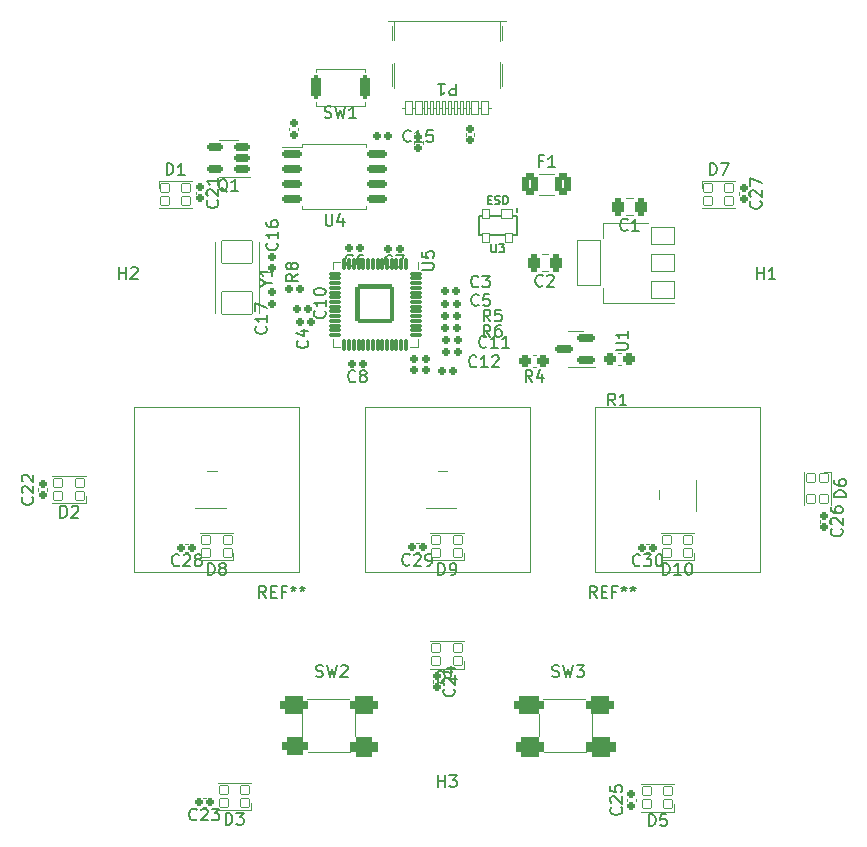
<source format=gbr>
%TF.GenerationSoftware,KiCad,Pcbnew,(7.0.0-0)*%
%TF.CreationDate,2023-03-07T01:41:50-06:00*%
%TF.ProjectId,RP2040_minimal,52503230-3430-45f6-9d69-6e696d616c2e,REV1*%
%TF.SameCoordinates,Original*%
%TF.FileFunction,Legend,Top*%
%TF.FilePolarity,Positive*%
%FSLAX46Y46*%
G04 Gerber Fmt 4.6, Leading zero omitted, Abs format (unit mm)*
G04 Created by KiCad (PCBNEW (7.0.0-0)) date 2023-03-07 01:41:50*
%MOMM*%
%LPD*%
G01*
G04 APERTURE LIST*
G04 Aperture macros list*
%AMRoundRect*
0 Rectangle with rounded corners*
0 $1 Rounding radius*
0 $2 $3 $4 $5 $6 $7 $8 $9 X,Y pos of 4 corners*
0 Add a 4 corners polygon primitive as box body*
4,1,4,$2,$3,$4,$5,$6,$7,$8,$9,$2,$3,0*
0 Add four circle primitives for the rounded corners*
1,1,$1+$1,$2,$3*
1,1,$1+$1,$4,$5*
1,1,$1+$1,$6,$7*
1,1,$1+$1,$8,$9*
0 Add four rect primitives between the rounded corners*
20,1,$1+$1,$2,$3,$4,$5,0*
20,1,$1+$1,$4,$5,$6,$7,0*
20,1,$1+$1,$6,$7,$8,$9,0*
20,1,$1+$1,$8,$9,$2,$3,0*%
G04 Aperture macros list end*
%ADD10C,0.150000*%
%ADD11C,0.120000*%
%ADD12C,0.100000*%
%ADD13C,1.802000*%
%ADD14RoundRect,0.051000X0.350000X0.350000X-0.350000X0.350000X-0.350000X-0.350000X0.350000X-0.350000X0*%
%ADD15RoundRect,0.191000X0.140000X0.170000X-0.140000X0.170000X-0.140000X-0.170000X0.140000X-0.170000X0*%
%ADD16RoundRect,0.421000X-0.835000X-0.370000X0.835000X-0.370000X0.835000X0.370000X-0.835000X0.370000X0*%
%ADD17RoundRect,0.426000X-0.777500X-0.375000X0.777500X-0.375000X0.777500X0.375000X-0.777500X0.375000X0*%
%ADD18RoundRect,0.441000X-0.782500X-0.390000X0.782500X-0.390000X0.782500X0.390000X-0.782500X0.390000X0*%
%ADD19RoundRect,0.456000X-0.782500X-0.405000X0.782500X-0.405000X0.782500X0.405000X-0.782500X0.405000X0*%
%ADD20RoundRect,0.461000X-0.702500X-0.410000X0.702500X-0.410000X0.702500X0.410000X-0.702500X0.410000X0*%
%ADD21RoundRect,0.426000X-0.707500X-0.375000X0.707500X-0.375000X0.707500X0.375000X-0.707500X0.375000X0*%
%ADD22RoundRect,0.418500X-0.775000X-0.367500X0.775000X-0.367500X0.775000X0.367500X-0.775000X0.367500X0*%
%ADD23RoundRect,0.418500X-0.762500X-0.367500X0.762500X-0.367500X0.762500X0.367500X-0.762500X0.367500X0*%
%ADD24RoundRect,0.201000X0.512500X0.150000X-0.512500X0.150000X-0.512500X-0.150000X0.512500X-0.150000X0*%
%ADD25RoundRect,0.191000X-0.170000X0.140000X-0.170000X-0.140000X0.170000X-0.140000X0.170000X0.140000X0*%
%ADD26RoundRect,0.294750X0.243750X0.456250X-0.243750X0.456250X-0.243750X-0.456250X0.243750X-0.456250X0*%
%ADD27RoundRect,0.198500X-0.147500X-0.172500X0.147500X-0.172500X0.147500X0.172500X-0.147500X0.172500X0*%
%ADD28RoundRect,0.198500X0.147500X0.172500X-0.147500X0.172500X-0.147500X-0.172500X0.147500X-0.172500X0*%
%ADD29RoundRect,0.051000X1.000000X0.750000X-1.000000X0.750000X-1.000000X-0.750000X1.000000X-0.750000X0*%
%ADD30RoundRect,0.051000X1.000000X1.900000X-1.000000X1.900000X-1.000000X-1.900000X1.000000X-1.900000X0*%
%ADD31RoundRect,0.201000X-0.650000X-0.150000X0.650000X-0.150000X0.650000X0.150000X-0.650000X0.150000X0*%
%ADD32RoundRect,0.198500X-0.172500X0.147500X-0.172500X-0.147500X0.172500X-0.147500X0.172500X0.147500X0*%
%ADD33RoundRect,0.195000X-1.456000X1.456000X-1.456000X-1.456000X1.456000X-1.456000X1.456000X1.456000X0*%
%ADD34RoundRect,0.101000X-0.387500X0.050000X-0.387500X-0.050000X0.387500X-0.050000X0.387500X0.050000X0*%
%ADD35RoundRect,0.101000X-0.050000X0.387500X-0.050000X-0.387500X0.050000X-0.387500X0.050000X0.387500X0*%
%ADD36RoundRect,0.198500X0.172500X-0.147500X0.172500X0.147500X-0.172500X0.147500X-0.172500X-0.147500X0*%
%ADD37RoundRect,0.051000X-1.300000X0.950000X-1.300000X-0.950000X1.300000X-0.950000X1.300000X0.950000X0*%
%ADD38RoundRect,0.251000X0.200000X0.800000X-0.200000X0.800000X-0.200000X-0.800000X0.200000X-0.800000X0*%
%ADD39RoundRect,0.276000X0.225000X0.250000X-0.225000X0.250000X-0.225000X-0.250000X0.225000X-0.250000X0*%
%ADD40RoundRect,0.191000X0.170000X-0.140000X0.170000X0.140000X-0.170000X0.140000X-0.170000X-0.140000X0*%
%ADD41C,3.302000*%
%ADD42C,0.752000*%
%ADD43RoundRect,0.051000X0.300000X0.575000X-0.300000X0.575000X-0.300000X-0.575000X0.300000X-0.575000X0*%
%ADD44RoundRect,0.051000X0.150000X0.575000X-0.150000X0.575000X-0.150000X-0.575000X0.150000X-0.575000X0*%
%ADD45O,1.102000X2.202000*%
%ADD46O,1.102000X1.902000*%
%ADD47RoundRect,0.050000X0.300000X0.350000X-0.300000X0.350000X-0.300000X-0.350000X0.300000X-0.350000X0*%
%ADD48RoundRect,0.050000X0.500000X0.350000X-0.500000X0.350000X-0.500000X-0.350000X0.500000X-0.350000X0*%
%ADD49RoundRect,0.201000X0.587500X0.150000X-0.587500X0.150000X-0.587500X-0.150000X0.587500X-0.150000X0*%
%ADD50RoundRect,0.051000X-0.350000X-0.350000X0.350000X-0.350000X0.350000X0.350000X-0.350000X0.350000X0*%
%ADD51RoundRect,0.051000X-0.350000X0.350000X-0.350000X-0.350000X0.350000X-0.350000X0.350000X0.350000X0*%
%ADD52RoundRect,0.301000X-0.375000X-0.625000X0.375000X-0.625000X0.375000X0.625000X-0.375000X0.625000X0*%
G04 APERTURE END LIST*
D10*
%TO.C,D10*%
X18285714Y-7217380D02*
X18285714Y-6217380D01*
X18285714Y-6217380D02*
X18523809Y-6217380D01*
X18523809Y-6217380D02*
X18666666Y-6265000D01*
X18666666Y-6265000D02*
X18761904Y-6360238D01*
X18761904Y-6360238D02*
X18809523Y-6455476D01*
X18809523Y-6455476D02*
X18857142Y-6645952D01*
X18857142Y-6645952D02*
X18857142Y-6788809D01*
X18857142Y-6788809D02*
X18809523Y-6979285D01*
X18809523Y-6979285D02*
X18761904Y-7074523D01*
X18761904Y-7074523D02*
X18666666Y-7169761D01*
X18666666Y-7169761D02*
X18523809Y-7217380D01*
X18523809Y-7217380D02*
X18285714Y-7217380D01*
X19809523Y-7217380D02*
X19238095Y-7217380D01*
X19523809Y-7217380D02*
X19523809Y-6217380D01*
X19523809Y-6217380D02*
X19428571Y-6360238D01*
X19428571Y-6360238D02*
X19333333Y-6455476D01*
X19333333Y-6455476D02*
X19238095Y-6503095D01*
X20428571Y-6217380D02*
X20523809Y-6217380D01*
X20523809Y-6217380D02*
X20619047Y-6265000D01*
X20619047Y-6265000D02*
X20666666Y-6312619D01*
X20666666Y-6312619D02*
X20714285Y-6407857D01*
X20714285Y-6407857D02*
X20761904Y-6598333D01*
X20761904Y-6598333D02*
X20761904Y-6836428D01*
X20761904Y-6836428D02*
X20714285Y-7026904D01*
X20714285Y-7026904D02*
X20666666Y-7122142D01*
X20666666Y-7122142D02*
X20619047Y-7169761D01*
X20619047Y-7169761D02*
X20523809Y-7217380D01*
X20523809Y-7217380D02*
X20428571Y-7217380D01*
X20428571Y-7217380D02*
X20333333Y-7169761D01*
X20333333Y-7169761D02*
X20285714Y-7122142D01*
X20285714Y-7122142D02*
X20238095Y-7026904D01*
X20238095Y-7026904D02*
X20190476Y-6836428D01*
X20190476Y-6836428D02*
X20190476Y-6598333D01*
X20190476Y-6598333D02*
X20238095Y-6407857D01*
X20238095Y-6407857D02*
X20285714Y-6312619D01*
X20285714Y-6312619D02*
X20333333Y-6265000D01*
X20333333Y-6265000D02*
X20428571Y-6217380D01*
%TO.C,D9*%
X-738095Y-7217380D02*
X-738095Y-6217380D01*
X-738095Y-6217380D02*
X-500000Y-6217380D01*
X-500000Y-6217380D02*
X-357143Y-6265000D01*
X-357143Y-6265000D02*
X-261905Y-6360238D01*
X-261905Y-6360238D02*
X-214286Y-6455476D01*
X-214286Y-6455476D02*
X-166667Y-6645952D01*
X-166667Y-6645952D02*
X-166667Y-6788809D01*
X-166667Y-6788809D02*
X-214286Y-6979285D01*
X-214286Y-6979285D02*
X-261905Y-7074523D01*
X-261905Y-7074523D02*
X-357143Y-7169761D01*
X-357143Y-7169761D02*
X-500000Y-7217380D01*
X-500000Y-7217380D02*
X-738095Y-7217380D01*
X309524Y-7217380D02*
X500000Y-7217380D01*
X500000Y-7217380D02*
X595238Y-7169761D01*
X595238Y-7169761D02*
X642857Y-7122142D01*
X642857Y-7122142D02*
X738095Y-6979285D01*
X738095Y-6979285D02*
X785714Y-6788809D01*
X785714Y-6788809D02*
X785714Y-6407857D01*
X785714Y-6407857D02*
X738095Y-6312619D01*
X738095Y-6312619D02*
X690476Y-6265000D01*
X690476Y-6265000D02*
X595238Y-6217380D01*
X595238Y-6217380D02*
X404762Y-6217380D01*
X404762Y-6217380D02*
X309524Y-6265000D01*
X309524Y-6265000D02*
X261905Y-6312619D01*
X261905Y-6312619D02*
X214286Y-6407857D01*
X214286Y-6407857D02*
X214286Y-6645952D01*
X214286Y-6645952D02*
X261905Y-6741190D01*
X261905Y-6741190D02*
X309524Y-6788809D01*
X309524Y-6788809D02*
X404762Y-6836428D01*
X404762Y-6836428D02*
X595238Y-6836428D01*
X595238Y-6836428D02*
X690476Y-6788809D01*
X690476Y-6788809D02*
X738095Y-6741190D01*
X738095Y-6741190D02*
X785714Y-6645952D01*
%TO.C,D8*%
X-20238095Y-7217380D02*
X-20238095Y-6217380D01*
X-20238095Y-6217380D02*
X-20000000Y-6217380D01*
X-20000000Y-6217380D02*
X-19857143Y-6265000D01*
X-19857143Y-6265000D02*
X-19761905Y-6360238D01*
X-19761905Y-6360238D02*
X-19714286Y-6455476D01*
X-19714286Y-6455476D02*
X-19666667Y-6645952D01*
X-19666667Y-6645952D02*
X-19666667Y-6788809D01*
X-19666667Y-6788809D02*
X-19714286Y-6979285D01*
X-19714286Y-6979285D02*
X-19761905Y-7074523D01*
X-19761905Y-7074523D02*
X-19857143Y-7169761D01*
X-19857143Y-7169761D02*
X-20000000Y-7217380D01*
X-20000000Y-7217380D02*
X-20238095Y-7217380D01*
X-19095238Y-6645952D02*
X-19190476Y-6598333D01*
X-19190476Y-6598333D02*
X-19238095Y-6550714D01*
X-19238095Y-6550714D02*
X-19285714Y-6455476D01*
X-19285714Y-6455476D02*
X-19285714Y-6407857D01*
X-19285714Y-6407857D02*
X-19238095Y-6312619D01*
X-19238095Y-6312619D02*
X-19190476Y-6265000D01*
X-19190476Y-6265000D02*
X-19095238Y-6217380D01*
X-19095238Y-6217380D02*
X-18904762Y-6217380D01*
X-18904762Y-6217380D02*
X-18809524Y-6265000D01*
X-18809524Y-6265000D02*
X-18761905Y-6312619D01*
X-18761905Y-6312619D02*
X-18714286Y-6407857D01*
X-18714286Y-6407857D02*
X-18714286Y-6455476D01*
X-18714286Y-6455476D02*
X-18761905Y-6550714D01*
X-18761905Y-6550714D02*
X-18809524Y-6598333D01*
X-18809524Y-6598333D02*
X-18904762Y-6645952D01*
X-18904762Y-6645952D02*
X-19095238Y-6645952D01*
X-19095238Y-6645952D02*
X-19190476Y-6693571D01*
X-19190476Y-6693571D02*
X-19238095Y-6741190D01*
X-19238095Y-6741190D02*
X-19285714Y-6836428D01*
X-19285714Y-6836428D02*
X-19285714Y-7026904D01*
X-19285714Y-7026904D02*
X-19238095Y-7122142D01*
X-19238095Y-7122142D02*
X-19190476Y-7169761D01*
X-19190476Y-7169761D02*
X-19095238Y-7217380D01*
X-19095238Y-7217380D02*
X-18904762Y-7217380D01*
X-18904762Y-7217380D02*
X-18809524Y-7169761D01*
X-18809524Y-7169761D02*
X-18761905Y-7122142D01*
X-18761905Y-7122142D02*
X-18714286Y-7026904D01*
X-18714286Y-7026904D02*
X-18714286Y-6836428D01*
X-18714286Y-6836428D02*
X-18761905Y-6741190D01*
X-18761905Y-6741190D02*
X-18809524Y-6693571D01*
X-18809524Y-6693571D02*
X-18904762Y-6645952D01*
%TO.C,C30*%
X16337142Y-6382142D02*
X16289523Y-6429761D01*
X16289523Y-6429761D02*
X16146666Y-6477380D01*
X16146666Y-6477380D02*
X16051428Y-6477380D01*
X16051428Y-6477380D02*
X15908571Y-6429761D01*
X15908571Y-6429761D02*
X15813333Y-6334523D01*
X15813333Y-6334523D02*
X15765714Y-6239285D01*
X15765714Y-6239285D02*
X15718095Y-6048809D01*
X15718095Y-6048809D02*
X15718095Y-5905952D01*
X15718095Y-5905952D02*
X15765714Y-5715476D01*
X15765714Y-5715476D02*
X15813333Y-5620238D01*
X15813333Y-5620238D02*
X15908571Y-5525000D01*
X15908571Y-5525000D02*
X16051428Y-5477380D01*
X16051428Y-5477380D02*
X16146666Y-5477380D01*
X16146666Y-5477380D02*
X16289523Y-5525000D01*
X16289523Y-5525000D02*
X16337142Y-5572619D01*
X16670476Y-5477380D02*
X17289523Y-5477380D01*
X17289523Y-5477380D02*
X16956190Y-5858333D01*
X16956190Y-5858333D02*
X17099047Y-5858333D01*
X17099047Y-5858333D02*
X17194285Y-5905952D01*
X17194285Y-5905952D02*
X17241904Y-5953571D01*
X17241904Y-5953571D02*
X17289523Y-6048809D01*
X17289523Y-6048809D02*
X17289523Y-6286904D01*
X17289523Y-6286904D02*
X17241904Y-6382142D01*
X17241904Y-6382142D02*
X17194285Y-6429761D01*
X17194285Y-6429761D02*
X17099047Y-6477380D01*
X17099047Y-6477380D02*
X16813333Y-6477380D01*
X16813333Y-6477380D02*
X16718095Y-6429761D01*
X16718095Y-6429761D02*
X16670476Y-6382142D01*
X17908571Y-5477380D02*
X18003809Y-5477380D01*
X18003809Y-5477380D02*
X18099047Y-5525000D01*
X18099047Y-5525000D02*
X18146666Y-5572619D01*
X18146666Y-5572619D02*
X18194285Y-5667857D01*
X18194285Y-5667857D02*
X18241904Y-5858333D01*
X18241904Y-5858333D02*
X18241904Y-6096428D01*
X18241904Y-6096428D02*
X18194285Y-6286904D01*
X18194285Y-6286904D02*
X18146666Y-6382142D01*
X18146666Y-6382142D02*
X18099047Y-6429761D01*
X18099047Y-6429761D02*
X18003809Y-6477380D01*
X18003809Y-6477380D02*
X17908571Y-6477380D01*
X17908571Y-6477380D02*
X17813333Y-6429761D01*
X17813333Y-6429761D02*
X17765714Y-6382142D01*
X17765714Y-6382142D02*
X17718095Y-6286904D01*
X17718095Y-6286904D02*
X17670476Y-6096428D01*
X17670476Y-6096428D02*
X17670476Y-5858333D01*
X17670476Y-5858333D02*
X17718095Y-5667857D01*
X17718095Y-5667857D02*
X17765714Y-5572619D01*
X17765714Y-5572619D02*
X17813333Y-5525000D01*
X17813333Y-5525000D02*
X17908571Y-5477380D01*
%TO.C,C29*%
X-3162858Y-6332142D02*
X-3210477Y-6379761D01*
X-3210477Y-6379761D02*
X-3353334Y-6427380D01*
X-3353334Y-6427380D02*
X-3448572Y-6427380D01*
X-3448572Y-6427380D02*
X-3591429Y-6379761D01*
X-3591429Y-6379761D02*
X-3686667Y-6284523D01*
X-3686667Y-6284523D02*
X-3734286Y-6189285D01*
X-3734286Y-6189285D02*
X-3781905Y-5998809D01*
X-3781905Y-5998809D02*
X-3781905Y-5855952D01*
X-3781905Y-5855952D02*
X-3734286Y-5665476D01*
X-3734286Y-5665476D02*
X-3686667Y-5570238D01*
X-3686667Y-5570238D02*
X-3591429Y-5475000D01*
X-3591429Y-5475000D02*
X-3448572Y-5427380D01*
X-3448572Y-5427380D02*
X-3353334Y-5427380D01*
X-3353334Y-5427380D02*
X-3210477Y-5475000D01*
X-3210477Y-5475000D02*
X-3162858Y-5522619D01*
X-2781905Y-5522619D02*
X-2734286Y-5475000D01*
X-2734286Y-5475000D02*
X-2639048Y-5427380D01*
X-2639048Y-5427380D02*
X-2400953Y-5427380D01*
X-2400953Y-5427380D02*
X-2305715Y-5475000D01*
X-2305715Y-5475000D02*
X-2258096Y-5522619D01*
X-2258096Y-5522619D02*
X-2210477Y-5617857D01*
X-2210477Y-5617857D02*
X-2210477Y-5713095D01*
X-2210477Y-5713095D02*
X-2258096Y-5855952D01*
X-2258096Y-5855952D02*
X-2829524Y-6427380D01*
X-2829524Y-6427380D02*
X-2210477Y-6427380D01*
X-1734286Y-6427380D02*
X-1543810Y-6427380D01*
X-1543810Y-6427380D02*
X-1448572Y-6379761D01*
X-1448572Y-6379761D02*
X-1400953Y-6332142D01*
X-1400953Y-6332142D02*
X-1305715Y-6189285D01*
X-1305715Y-6189285D02*
X-1258096Y-5998809D01*
X-1258096Y-5998809D02*
X-1258096Y-5617857D01*
X-1258096Y-5617857D02*
X-1305715Y-5522619D01*
X-1305715Y-5522619D02*
X-1353334Y-5475000D01*
X-1353334Y-5475000D02*
X-1448572Y-5427380D01*
X-1448572Y-5427380D02*
X-1639048Y-5427380D01*
X-1639048Y-5427380D02*
X-1734286Y-5475000D01*
X-1734286Y-5475000D02*
X-1781905Y-5522619D01*
X-1781905Y-5522619D02*
X-1829524Y-5617857D01*
X-1829524Y-5617857D02*
X-1829524Y-5855952D01*
X-1829524Y-5855952D02*
X-1781905Y-5951190D01*
X-1781905Y-5951190D02*
X-1734286Y-5998809D01*
X-1734286Y-5998809D02*
X-1639048Y-6046428D01*
X-1639048Y-6046428D02*
X-1448572Y-6046428D01*
X-1448572Y-6046428D02*
X-1353334Y-5998809D01*
X-1353334Y-5998809D02*
X-1305715Y-5951190D01*
X-1305715Y-5951190D02*
X-1258096Y-5855952D01*
%TO.C,C28*%
X-22682858Y-6382142D02*
X-22730477Y-6429761D01*
X-22730477Y-6429761D02*
X-22873334Y-6477380D01*
X-22873334Y-6477380D02*
X-22968572Y-6477380D01*
X-22968572Y-6477380D02*
X-23111429Y-6429761D01*
X-23111429Y-6429761D02*
X-23206667Y-6334523D01*
X-23206667Y-6334523D02*
X-23254286Y-6239285D01*
X-23254286Y-6239285D02*
X-23301905Y-6048809D01*
X-23301905Y-6048809D02*
X-23301905Y-5905952D01*
X-23301905Y-5905952D02*
X-23254286Y-5715476D01*
X-23254286Y-5715476D02*
X-23206667Y-5620238D01*
X-23206667Y-5620238D02*
X-23111429Y-5525000D01*
X-23111429Y-5525000D02*
X-22968572Y-5477380D01*
X-22968572Y-5477380D02*
X-22873334Y-5477380D01*
X-22873334Y-5477380D02*
X-22730477Y-5525000D01*
X-22730477Y-5525000D02*
X-22682858Y-5572619D01*
X-22301905Y-5572619D02*
X-22254286Y-5525000D01*
X-22254286Y-5525000D02*
X-22159048Y-5477380D01*
X-22159048Y-5477380D02*
X-21920953Y-5477380D01*
X-21920953Y-5477380D02*
X-21825715Y-5525000D01*
X-21825715Y-5525000D02*
X-21778096Y-5572619D01*
X-21778096Y-5572619D02*
X-21730477Y-5667857D01*
X-21730477Y-5667857D02*
X-21730477Y-5763095D01*
X-21730477Y-5763095D02*
X-21778096Y-5905952D01*
X-21778096Y-5905952D02*
X-22349524Y-6477380D01*
X-22349524Y-6477380D02*
X-21730477Y-6477380D01*
X-21159048Y-5905952D02*
X-21254286Y-5858333D01*
X-21254286Y-5858333D02*
X-21301905Y-5810714D01*
X-21301905Y-5810714D02*
X-21349524Y-5715476D01*
X-21349524Y-5715476D02*
X-21349524Y-5667857D01*
X-21349524Y-5667857D02*
X-21301905Y-5572619D01*
X-21301905Y-5572619D02*
X-21254286Y-5525000D01*
X-21254286Y-5525000D02*
X-21159048Y-5477380D01*
X-21159048Y-5477380D02*
X-20968572Y-5477380D01*
X-20968572Y-5477380D02*
X-20873334Y-5525000D01*
X-20873334Y-5525000D02*
X-20825715Y-5572619D01*
X-20825715Y-5572619D02*
X-20778096Y-5667857D01*
X-20778096Y-5667857D02*
X-20778096Y-5715476D01*
X-20778096Y-5715476D02*
X-20825715Y-5810714D01*
X-20825715Y-5810714D02*
X-20873334Y-5858333D01*
X-20873334Y-5858333D02*
X-20968572Y-5905952D01*
X-20968572Y-5905952D02*
X-21159048Y-5905952D01*
X-21159048Y-5905952D02*
X-21254286Y-5953571D01*
X-21254286Y-5953571D02*
X-21301905Y-6001190D01*
X-21301905Y-6001190D02*
X-21349524Y-6096428D01*
X-21349524Y-6096428D02*
X-21349524Y-6286904D01*
X-21349524Y-6286904D02*
X-21301905Y-6382142D01*
X-21301905Y-6382142D02*
X-21254286Y-6429761D01*
X-21254286Y-6429761D02*
X-21159048Y-6477380D01*
X-21159048Y-6477380D02*
X-20968572Y-6477380D01*
X-20968572Y-6477380D02*
X-20873334Y-6429761D01*
X-20873334Y-6429761D02*
X-20825715Y-6382142D01*
X-20825715Y-6382142D02*
X-20778096Y-6286904D01*
X-20778096Y-6286904D02*
X-20778096Y-6096428D01*
X-20778096Y-6096428D02*
X-20825715Y-6001190D01*
X-20825715Y-6001190D02*
X-20873334Y-5953571D01*
X-20873334Y-5953571D02*
X-20968572Y-5905952D01*
%TO.C,SW3*%
X8916667Y-15819761D02*
X9059524Y-15867380D01*
X9059524Y-15867380D02*
X9297619Y-15867380D01*
X9297619Y-15867380D02*
X9392857Y-15819761D01*
X9392857Y-15819761D02*
X9440476Y-15772142D01*
X9440476Y-15772142D02*
X9488095Y-15676904D01*
X9488095Y-15676904D02*
X9488095Y-15581666D01*
X9488095Y-15581666D02*
X9440476Y-15486428D01*
X9440476Y-15486428D02*
X9392857Y-15438809D01*
X9392857Y-15438809D02*
X9297619Y-15391190D01*
X9297619Y-15391190D02*
X9107143Y-15343571D01*
X9107143Y-15343571D02*
X9011905Y-15295952D01*
X9011905Y-15295952D02*
X8964286Y-15248333D01*
X8964286Y-15248333D02*
X8916667Y-15153095D01*
X8916667Y-15153095D02*
X8916667Y-15057857D01*
X8916667Y-15057857D02*
X8964286Y-14962619D01*
X8964286Y-14962619D02*
X9011905Y-14915000D01*
X9011905Y-14915000D02*
X9107143Y-14867380D01*
X9107143Y-14867380D02*
X9345238Y-14867380D01*
X9345238Y-14867380D02*
X9488095Y-14915000D01*
X9821429Y-14867380D02*
X10059524Y-15867380D01*
X10059524Y-15867380D02*
X10250000Y-15153095D01*
X10250000Y-15153095D02*
X10440476Y-15867380D01*
X10440476Y-15867380D02*
X10678572Y-14867380D01*
X10964286Y-14867380D02*
X11583333Y-14867380D01*
X11583333Y-14867380D02*
X11250000Y-15248333D01*
X11250000Y-15248333D02*
X11392857Y-15248333D01*
X11392857Y-15248333D02*
X11488095Y-15295952D01*
X11488095Y-15295952D02*
X11535714Y-15343571D01*
X11535714Y-15343571D02*
X11583333Y-15438809D01*
X11583333Y-15438809D02*
X11583333Y-15676904D01*
X11583333Y-15676904D02*
X11535714Y-15772142D01*
X11535714Y-15772142D02*
X11488095Y-15819761D01*
X11488095Y-15819761D02*
X11392857Y-15867380D01*
X11392857Y-15867380D02*
X11107143Y-15867380D01*
X11107143Y-15867380D02*
X11011905Y-15819761D01*
X11011905Y-15819761D02*
X10964286Y-15772142D01*
%TO.C,SW2*%
X-11083333Y-15819761D02*
X-10940476Y-15867380D01*
X-10940476Y-15867380D02*
X-10702381Y-15867380D01*
X-10702381Y-15867380D02*
X-10607143Y-15819761D01*
X-10607143Y-15819761D02*
X-10559524Y-15772142D01*
X-10559524Y-15772142D02*
X-10511905Y-15676904D01*
X-10511905Y-15676904D02*
X-10511905Y-15581666D01*
X-10511905Y-15581666D02*
X-10559524Y-15486428D01*
X-10559524Y-15486428D02*
X-10607143Y-15438809D01*
X-10607143Y-15438809D02*
X-10702381Y-15391190D01*
X-10702381Y-15391190D02*
X-10892857Y-15343571D01*
X-10892857Y-15343571D02*
X-10988095Y-15295952D01*
X-10988095Y-15295952D02*
X-11035714Y-15248333D01*
X-11035714Y-15248333D02*
X-11083333Y-15153095D01*
X-11083333Y-15153095D02*
X-11083333Y-15057857D01*
X-11083333Y-15057857D02*
X-11035714Y-14962619D01*
X-11035714Y-14962619D02*
X-10988095Y-14915000D01*
X-10988095Y-14915000D02*
X-10892857Y-14867380D01*
X-10892857Y-14867380D02*
X-10654762Y-14867380D01*
X-10654762Y-14867380D02*
X-10511905Y-14915000D01*
X-10178571Y-14867380D02*
X-9940476Y-15867380D01*
X-9940476Y-15867380D02*
X-9750000Y-15153095D01*
X-9750000Y-15153095D02*
X-9559524Y-15867380D01*
X-9559524Y-15867380D02*
X-9321428Y-14867380D01*
X-8988095Y-14962619D02*
X-8940476Y-14915000D01*
X-8940476Y-14915000D02*
X-8845238Y-14867380D01*
X-8845238Y-14867380D02*
X-8607143Y-14867380D01*
X-8607143Y-14867380D02*
X-8511905Y-14915000D01*
X-8511905Y-14915000D02*
X-8464286Y-14962619D01*
X-8464286Y-14962619D02*
X-8416667Y-15057857D01*
X-8416667Y-15057857D02*
X-8416667Y-15153095D01*
X-8416667Y-15153095D02*
X-8464286Y-15295952D01*
X-8464286Y-15295952D02*
X-9035714Y-15867380D01*
X-9035714Y-15867380D02*
X-8416667Y-15867380D01*
%TO.C,Q1*%
X-18595239Y25197381D02*
X-18690477Y25245000D01*
X-18690477Y25245000D02*
X-18785715Y25340239D01*
X-18785715Y25340239D02*
X-18928572Y25483096D01*
X-18928572Y25483096D02*
X-19023810Y25530715D01*
X-19023810Y25530715D02*
X-19119048Y25530715D01*
X-19071429Y25292620D02*
X-19166667Y25340239D01*
X-19166667Y25340239D02*
X-19261905Y25435477D01*
X-19261905Y25435477D02*
X-19309524Y25625953D01*
X-19309524Y25625953D02*
X-19309524Y25959286D01*
X-19309524Y25959286D02*
X-19261905Y26149762D01*
X-19261905Y26149762D02*
X-19166667Y26245000D01*
X-19166667Y26245000D02*
X-19071429Y26292620D01*
X-19071429Y26292620D02*
X-18880953Y26292620D01*
X-18880953Y26292620D02*
X-18785715Y26245000D01*
X-18785715Y26245000D02*
X-18690477Y26149762D01*
X-18690477Y26149762D02*
X-18642858Y25959286D01*
X-18642858Y25959286D02*
X-18642858Y25625953D01*
X-18642858Y25625953D02*
X-18690477Y25435477D01*
X-18690477Y25435477D02*
X-18785715Y25340239D01*
X-18785715Y25340239D02*
X-18880953Y25292620D01*
X-18880953Y25292620D02*
X-19071429Y25292620D01*
X-17690477Y25292620D02*
X-18261905Y25292620D01*
X-17976191Y25292620D02*
X-17976191Y26292620D01*
X-17976191Y26292620D02*
X-18071429Y26149762D01*
X-18071429Y26149762D02*
X-18166667Y26054524D01*
X-18166667Y26054524D02*
X-18261905Y26006905D01*
%TO.C,C27*%
X26542142Y24417143D02*
X26589761Y24369524D01*
X26589761Y24369524D02*
X26637380Y24226667D01*
X26637380Y24226667D02*
X26637380Y24131429D01*
X26637380Y24131429D02*
X26589761Y23988572D01*
X26589761Y23988572D02*
X26494523Y23893334D01*
X26494523Y23893334D02*
X26399285Y23845715D01*
X26399285Y23845715D02*
X26208809Y23798096D01*
X26208809Y23798096D02*
X26065952Y23798096D01*
X26065952Y23798096D02*
X25875476Y23845715D01*
X25875476Y23845715D02*
X25780238Y23893334D01*
X25780238Y23893334D02*
X25685000Y23988572D01*
X25685000Y23988572D02*
X25637380Y24131429D01*
X25637380Y24131429D02*
X25637380Y24226667D01*
X25637380Y24226667D02*
X25685000Y24369524D01*
X25685000Y24369524D02*
X25732619Y24417143D01*
X25732619Y24798096D02*
X25685000Y24845715D01*
X25685000Y24845715D02*
X25637380Y24940953D01*
X25637380Y24940953D02*
X25637380Y25179048D01*
X25637380Y25179048D02*
X25685000Y25274286D01*
X25685000Y25274286D02*
X25732619Y25321905D01*
X25732619Y25321905D02*
X25827857Y25369524D01*
X25827857Y25369524D02*
X25923095Y25369524D01*
X25923095Y25369524D02*
X26065952Y25321905D01*
X26065952Y25321905D02*
X26637380Y24750477D01*
X26637380Y24750477D02*
X26637380Y25369524D01*
X25637380Y25702858D02*
X25637380Y26369524D01*
X25637380Y26369524D02*
X26637380Y25940953D01*
%TO.C,C24*%
X572142Y-16892857D02*
X619761Y-16940476D01*
X619761Y-16940476D02*
X667380Y-17083333D01*
X667380Y-17083333D02*
X667380Y-17178571D01*
X667380Y-17178571D02*
X619761Y-17321428D01*
X619761Y-17321428D02*
X524523Y-17416666D01*
X524523Y-17416666D02*
X429285Y-17464285D01*
X429285Y-17464285D02*
X238809Y-17511904D01*
X238809Y-17511904D02*
X95952Y-17511904D01*
X95952Y-17511904D02*
X-94524Y-17464285D01*
X-94524Y-17464285D02*
X-189762Y-17416666D01*
X-189762Y-17416666D02*
X-285000Y-17321428D01*
X-285000Y-17321428D02*
X-332620Y-17178571D01*
X-332620Y-17178571D02*
X-332620Y-17083333D01*
X-332620Y-17083333D02*
X-285000Y-16940476D01*
X-285000Y-16940476D02*
X-237381Y-16892857D01*
X-237381Y-16511904D02*
X-285000Y-16464285D01*
X-285000Y-16464285D02*
X-332620Y-16369047D01*
X-332620Y-16369047D02*
X-332620Y-16130952D01*
X-332620Y-16130952D02*
X-285000Y-16035714D01*
X-285000Y-16035714D02*
X-237381Y-15988095D01*
X-237381Y-15988095D02*
X-142143Y-15940476D01*
X-142143Y-15940476D02*
X-46905Y-15940476D01*
X-46905Y-15940476D02*
X95952Y-15988095D01*
X95952Y-15988095D02*
X667380Y-16559523D01*
X667380Y-16559523D02*
X667380Y-15940476D01*
X714Y-15083333D02*
X667380Y-15083333D01*
X-380239Y-15321428D02*
X334047Y-15559523D01*
X334047Y-15559523D02*
X334047Y-14940476D01*
%TO.C,C2*%
X8103333Y17287858D02*
X8055714Y17240239D01*
X8055714Y17240239D02*
X7912857Y17192620D01*
X7912857Y17192620D02*
X7817619Y17192620D01*
X7817619Y17192620D02*
X7674762Y17240239D01*
X7674762Y17240239D02*
X7579524Y17335477D01*
X7579524Y17335477D02*
X7531905Y17430715D01*
X7531905Y17430715D02*
X7484286Y17621191D01*
X7484286Y17621191D02*
X7484286Y17764048D01*
X7484286Y17764048D02*
X7531905Y17954524D01*
X7531905Y17954524D02*
X7579524Y18049762D01*
X7579524Y18049762D02*
X7674762Y18145000D01*
X7674762Y18145000D02*
X7817619Y18192620D01*
X7817619Y18192620D02*
X7912857Y18192620D01*
X7912857Y18192620D02*
X8055714Y18145000D01*
X8055714Y18145000D02*
X8103333Y18097381D01*
X8484286Y18097381D02*
X8531905Y18145000D01*
X8531905Y18145000D02*
X8627143Y18192620D01*
X8627143Y18192620D02*
X8865238Y18192620D01*
X8865238Y18192620D02*
X8960476Y18145000D01*
X8960476Y18145000D02*
X9008095Y18097381D01*
X9008095Y18097381D02*
X9055714Y18002143D01*
X9055714Y18002143D02*
X9055714Y17906905D01*
X9055714Y17906905D02*
X9008095Y17764048D01*
X9008095Y17764048D02*
X8436667Y17192620D01*
X8436667Y17192620D02*
X9055714Y17192620D01*
%TO.C,C12*%
X2492142Y10456358D02*
X2444523Y10408739D01*
X2444523Y10408739D02*
X2301666Y10361120D01*
X2301666Y10361120D02*
X2206428Y10361120D01*
X2206428Y10361120D02*
X2063571Y10408739D01*
X2063571Y10408739D02*
X1968333Y10503977D01*
X1968333Y10503977D02*
X1920714Y10599215D01*
X1920714Y10599215D02*
X1873095Y10789691D01*
X1873095Y10789691D02*
X1873095Y10932548D01*
X1873095Y10932548D02*
X1920714Y11123024D01*
X1920714Y11123024D02*
X1968333Y11218262D01*
X1968333Y11218262D02*
X2063571Y11313500D01*
X2063571Y11313500D02*
X2206428Y11361120D01*
X2206428Y11361120D02*
X2301666Y11361120D01*
X2301666Y11361120D02*
X2444523Y11313500D01*
X2444523Y11313500D02*
X2492142Y11265881D01*
X3444523Y10361120D02*
X2873095Y10361120D01*
X3158809Y10361120D02*
X3158809Y11361120D01*
X3158809Y11361120D02*
X3063571Y11218262D01*
X3063571Y11218262D02*
X2968333Y11123024D01*
X2968333Y11123024D02*
X2873095Y11075405D01*
X3825476Y11265881D02*
X3873095Y11313500D01*
X3873095Y11313500D02*
X3968333Y11361120D01*
X3968333Y11361120D02*
X4206428Y11361120D01*
X4206428Y11361120D02*
X4301666Y11313500D01*
X4301666Y11313500D02*
X4349285Y11265881D01*
X4349285Y11265881D02*
X4396904Y11170643D01*
X4396904Y11170643D02*
X4396904Y11075405D01*
X4396904Y11075405D02*
X4349285Y10932548D01*
X4349285Y10932548D02*
X3777857Y10361120D01*
X3777857Y10361120D02*
X4396904Y10361120D01*
%TO.C,C11*%
X3342142Y12105358D02*
X3294523Y12057739D01*
X3294523Y12057739D02*
X3151666Y12010120D01*
X3151666Y12010120D02*
X3056428Y12010120D01*
X3056428Y12010120D02*
X2913571Y12057739D01*
X2913571Y12057739D02*
X2818333Y12152977D01*
X2818333Y12152977D02*
X2770714Y12248215D01*
X2770714Y12248215D02*
X2723095Y12438691D01*
X2723095Y12438691D02*
X2723095Y12581548D01*
X2723095Y12581548D02*
X2770714Y12772024D01*
X2770714Y12772024D02*
X2818333Y12867262D01*
X2818333Y12867262D02*
X2913571Y12962500D01*
X2913571Y12962500D02*
X3056428Y13010120D01*
X3056428Y13010120D02*
X3151666Y13010120D01*
X3151666Y13010120D02*
X3294523Y12962500D01*
X3294523Y12962500D02*
X3342142Y12914881D01*
X4294523Y12010120D02*
X3723095Y12010120D01*
X4008809Y12010120D02*
X4008809Y13010120D01*
X4008809Y13010120D02*
X3913571Y12867262D01*
X3913571Y12867262D02*
X3818333Y12772024D01*
X3818333Y12772024D02*
X3723095Y12724405D01*
X5246904Y12010120D02*
X4675476Y12010120D01*
X4961190Y12010120D02*
X4961190Y13010120D01*
X4961190Y13010120D02*
X4865952Y12867262D01*
X4865952Y12867262D02*
X4770714Y12772024D01*
X4770714Y12772024D02*
X4675476Y12724405D01*
%TO.C,C8*%
X-7766667Y9192858D02*
X-7814286Y9145239D01*
X-7814286Y9145239D02*
X-7957143Y9097620D01*
X-7957143Y9097620D02*
X-8052381Y9097620D01*
X-8052381Y9097620D02*
X-8195238Y9145239D01*
X-8195238Y9145239D02*
X-8290476Y9240477D01*
X-8290476Y9240477D02*
X-8338095Y9335715D01*
X-8338095Y9335715D02*
X-8385714Y9526191D01*
X-8385714Y9526191D02*
X-8385714Y9669048D01*
X-8385714Y9669048D02*
X-8338095Y9859524D01*
X-8338095Y9859524D02*
X-8290476Y9954762D01*
X-8290476Y9954762D02*
X-8195238Y10050000D01*
X-8195238Y10050000D02*
X-8052381Y10097620D01*
X-8052381Y10097620D02*
X-7957143Y10097620D01*
X-7957143Y10097620D02*
X-7814286Y10050000D01*
X-7814286Y10050000D02*
X-7766667Y10002381D01*
X-7195238Y9669048D02*
X-7290476Y9716667D01*
X-7290476Y9716667D02*
X-7338095Y9764286D01*
X-7338095Y9764286D02*
X-7385714Y9859524D01*
X-7385714Y9859524D02*
X-7385714Y9907143D01*
X-7385714Y9907143D02*
X-7338095Y10002381D01*
X-7338095Y10002381D02*
X-7290476Y10050000D01*
X-7290476Y10050000D02*
X-7195238Y10097620D01*
X-7195238Y10097620D02*
X-7004762Y10097620D01*
X-7004762Y10097620D02*
X-6909524Y10050000D01*
X-6909524Y10050000D02*
X-6861905Y10002381D01*
X-6861905Y10002381D02*
X-6814286Y9907143D01*
X-6814286Y9907143D02*
X-6814286Y9859524D01*
X-6814286Y9859524D02*
X-6861905Y9764286D01*
X-6861905Y9764286D02*
X-6909524Y9716667D01*
X-6909524Y9716667D02*
X-7004762Y9669048D01*
X-7004762Y9669048D02*
X-7195238Y9669048D01*
X-7195238Y9669048D02*
X-7290476Y9621429D01*
X-7290476Y9621429D02*
X-7338095Y9573810D01*
X-7338095Y9573810D02*
X-7385714Y9478572D01*
X-7385714Y9478572D02*
X-7385714Y9288096D01*
X-7385714Y9288096D02*
X-7338095Y9192858D01*
X-7338095Y9192858D02*
X-7290476Y9145239D01*
X-7290476Y9145239D02*
X-7195238Y9097620D01*
X-7195238Y9097620D02*
X-7004762Y9097620D01*
X-7004762Y9097620D02*
X-6909524Y9145239D01*
X-6909524Y9145239D02*
X-6861905Y9192858D01*
X-6861905Y9192858D02*
X-6814286Y9288096D01*
X-6814286Y9288096D02*
X-6814286Y9478572D01*
X-6814286Y9478572D02*
X-6861905Y9573810D01*
X-6861905Y9573810D02*
X-6909524Y9621429D01*
X-6909524Y9621429D02*
X-7004762Y9669048D01*
%TO.C,U1*%
X14302380Y11820596D02*
X15111904Y11820596D01*
X15111904Y11820596D02*
X15207142Y11868215D01*
X15207142Y11868215D02*
X15254761Y11915834D01*
X15254761Y11915834D02*
X15302380Y12011072D01*
X15302380Y12011072D02*
X15302380Y12201548D01*
X15302380Y12201548D02*
X15254761Y12296786D01*
X15254761Y12296786D02*
X15207142Y12344405D01*
X15207142Y12344405D02*
X15111904Y12392024D01*
X15111904Y12392024D02*
X14302380Y12392024D01*
X15302380Y13392024D02*
X15302380Y12820596D01*
X15302380Y13106310D02*
X14302380Y13106310D01*
X14302380Y13106310D02*
X14445238Y13011072D01*
X14445238Y13011072D02*
X14540476Y12915834D01*
X14540476Y12915834D02*
X14588095Y12820596D01*
%TO.C,U4*%
X-10279405Y23347620D02*
X-10279405Y22538096D01*
X-10279405Y22538096D02*
X-10231786Y22442858D01*
X-10231786Y22442858D02*
X-10184167Y22395239D01*
X-10184167Y22395239D02*
X-10088929Y22347620D01*
X-10088929Y22347620D02*
X-9898453Y22347620D01*
X-9898453Y22347620D02*
X-9803215Y22395239D01*
X-9803215Y22395239D02*
X-9755596Y22442858D01*
X-9755596Y22442858D02*
X-9707977Y22538096D01*
X-9707977Y22538096D02*
X-9707977Y23347620D01*
X-8803215Y23014286D02*
X-8803215Y22347620D01*
X-9041310Y23395239D02*
X-9279405Y22680953D01*
X-9279405Y22680953D02*
X-8660358Y22680953D01*
%TO.C,C17*%
X-15334377Y13811143D02*
X-15286758Y13763524D01*
X-15286758Y13763524D02*
X-15239139Y13620667D01*
X-15239139Y13620667D02*
X-15239139Y13525429D01*
X-15239139Y13525429D02*
X-15286758Y13382572D01*
X-15286758Y13382572D02*
X-15381996Y13287334D01*
X-15381996Y13287334D02*
X-15477234Y13239715D01*
X-15477234Y13239715D02*
X-15667710Y13192096D01*
X-15667710Y13192096D02*
X-15810567Y13192096D01*
X-15810567Y13192096D02*
X-16001043Y13239715D01*
X-16001043Y13239715D02*
X-16096281Y13287334D01*
X-16096281Y13287334D02*
X-16191519Y13382572D01*
X-16191519Y13382572D02*
X-16239139Y13525429D01*
X-16239139Y13525429D02*
X-16239139Y13620667D01*
X-16239139Y13620667D02*
X-16191519Y13763524D01*
X-16191519Y13763524D02*
X-16143900Y13811143D01*
X-15239139Y14763524D02*
X-15239139Y14192096D01*
X-15239139Y14477810D02*
X-16239139Y14477810D01*
X-16239139Y14477810D02*
X-16096281Y14382572D01*
X-16096281Y14382572D02*
X-16001043Y14287334D01*
X-16001043Y14287334D02*
X-15953424Y14192096D01*
X-16239139Y15096858D02*
X-16239139Y15763524D01*
X-16239139Y15763524D02*
X-15239139Y15334953D01*
%TO.C,C5*%
X2673333Y15642858D02*
X2625714Y15595239D01*
X2625714Y15595239D02*
X2482857Y15547620D01*
X2482857Y15547620D02*
X2387619Y15547620D01*
X2387619Y15547620D02*
X2244762Y15595239D01*
X2244762Y15595239D02*
X2149524Y15690477D01*
X2149524Y15690477D02*
X2101905Y15785715D01*
X2101905Y15785715D02*
X2054286Y15976191D01*
X2054286Y15976191D02*
X2054286Y16119048D01*
X2054286Y16119048D02*
X2101905Y16309524D01*
X2101905Y16309524D02*
X2149524Y16404762D01*
X2149524Y16404762D02*
X2244762Y16500000D01*
X2244762Y16500000D02*
X2387619Y16547620D01*
X2387619Y16547620D02*
X2482857Y16547620D01*
X2482857Y16547620D02*
X2625714Y16500000D01*
X2625714Y16500000D02*
X2673333Y16452381D01*
X3578095Y16547620D02*
X3101905Y16547620D01*
X3101905Y16547620D02*
X3054286Y16071429D01*
X3054286Y16071429D02*
X3101905Y16119048D01*
X3101905Y16119048D02*
X3197143Y16166667D01*
X3197143Y16166667D02*
X3435238Y16166667D01*
X3435238Y16166667D02*
X3530476Y16119048D01*
X3530476Y16119048D02*
X3578095Y16071429D01*
X3578095Y16071429D02*
X3625714Y15976191D01*
X3625714Y15976191D02*
X3625714Y15738096D01*
X3625714Y15738096D02*
X3578095Y15642858D01*
X3578095Y15642858D02*
X3530476Y15595239D01*
X3530476Y15595239D02*
X3435238Y15547620D01*
X3435238Y15547620D02*
X3197143Y15547620D01*
X3197143Y15547620D02*
X3101905Y15595239D01*
X3101905Y15595239D02*
X3054286Y15642858D01*
%TO.C,C7*%
X-4644167Y18960358D02*
X-4691786Y18912739D01*
X-4691786Y18912739D02*
X-4834643Y18865120D01*
X-4834643Y18865120D02*
X-4929881Y18865120D01*
X-4929881Y18865120D02*
X-5072738Y18912739D01*
X-5072738Y18912739D02*
X-5167976Y19007977D01*
X-5167976Y19007977D02*
X-5215595Y19103215D01*
X-5215595Y19103215D02*
X-5263214Y19293691D01*
X-5263214Y19293691D02*
X-5263214Y19436548D01*
X-5263214Y19436548D02*
X-5215595Y19627024D01*
X-5215595Y19627024D02*
X-5167976Y19722262D01*
X-5167976Y19722262D02*
X-5072738Y19817500D01*
X-5072738Y19817500D02*
X-4929881Y19865120D01*
X-4929881Y19865120D02*
X-4834643Y19865120D01*
X-4834643Y19865120D02*
X-4691786Y19817500D01*
X-4691786Y19817500D02*
X-4644167Y19769881D01*
X-4310833Y19865120D02*
X-3644167Y19865120D01*
X-3644167Y19865120D02*
X-4072738Y18865120D01*
%TO.C,C10*%
X-10367858Y15136143D02*
X-10320239Y15088524D01*
X-10320239Y15088524D02*
X-10272620Y14945667D01*
X-10272620Y14945667D02*
X-10272620Y14850429D01*
X-10272620Y14850429D02*
X-10320239Y14707572D01*
X-10320239Y14707572D02*
X-10415477Y14612334D01*
X-10415477Y14612334D02*
X-10510715Y14564715D01*
X-10510715Y14564715D02*
X-10701191Y14517096D01*
X-10701191Y14517096D02*
X-10844048Y14517096D01*
X-10844048Y14517096D02*
X-11034524Y14564715D01*
X-11034524Y14564715D02*
X-11129762Y14612334D01*
X-11129762Y14612334D02*
X-11225000Y14707572D01*
X-11225000Y14707572D02*
X-11272620Y14850429D01*
X-11272620Y14850429D02*
X-11272620Y14945667D01*
X-11272620Y14945667D02*
X-11225000Y15088524D01*
X-11225000Y15088524D02*
X-11177381Y15136143D01*
X-10272620Y16088524D02*
X-10272620Y15517096D01*
X-10272620Y15802810D02*
X-11272620Y15802810D01*
X-11272620Y15802810D02*
X-11129762Y15707572D01*
X-11129762Y15707572D02*
X-11034524Y15612334D01*
X-11034524Y15612334D02*
X-10986905Y15517096D01*
X-11272620Y16707572D02*
X-11272620Y16802810D01*
X-11272620Y16802810D02*
X-11225000Y16898048D01*
X-11225000Y16898048D02*
X-11177381Y16945667D01*
X-11177381Y16945667D02*
X-11082143Y16993286D01*
X-11082143Y16993286D02*
X-10891667Y17040905D01*
X-10891667Y17040905D02*
X-10653572Y17040905D01*
X-10653572Y17040905D02*
X-10463096Y16993286D01*
X-10463096Y16993286D02*
X-10367858Y16945667D01*
X-10367858Y16945667D02*
X-10320239Y16898048D01*
X-10320239Y16898048D02*
X-10272620Y16802810D01*
X-10272620Y16802810D02*
X-10272620Y16707572D01*
X-10272620Y16707572D02*
X-10320239Y16612334D01*
X-10320239Y16612334D02*
X-10367858Y16564715D01*
X-10367858Y16564715D02*
X-10463096Y16517096D01*
X-10463096Y16517096D02*
X-10653572Y16469477D01*
X-10653572Y16469477D02*
X-10891667Y16469477D01*
X-10891667Y16469477D02*
X-11082143Y16517096D01*
X-11082143Y16517096D02*
X-11177381Y16564715D01*
X-11177381Y16564715D02*
X-11225000Y16612334D01*
X-11225000Y16612334D02*
X-11272620Y16707572D01*
%TO.C,R5*%
X3674209Y14240120D02*
X3340876Y14716310D01*
X3102781Y14240120D02*
X3102781Y15240120D01*
X3102781Y15240120D02*
X3483733Y15240120D01*
X3483733Y15240120D02*
X3578971Y15192500D01*
X3578971Y15192500D02*
X3626590Y15144881D01*
X3626590Y15144881D02*
X3674209Y15049643D01*
X3674209Y15049643D02*
X3674209Y14906786D01*
X3674209Y14906786D02*
X3626590Y14811548D01*
X3626590Y14811548D02*
X3578971Y14763929D01*
X3578971Y14763929D02*
X3483733Y14716310D01*
X3483733Y14716310D02*
X3102781Y14716310D01*
X4578971Y15240120D02*
X4102781Y15240120D01*
X4102781Y15240120D02*
X4055162Y14763929D01*
X4055162Y14763929D02*
X4102781Y14811548D01*
X4102781Y14811548D02*
X4198019Y14859167D01*
X4198019Y14859167D02*
X4436114Y14859167D01*
X4436114Y14859167D02*
X4531352Y14811548D01*
X4531352Y14811548D02*
X4578971Y14763929D01*
X4578971Y14763929D02*
X4626590Y14668691D01*
X4626590Y14668691D02*
X4626590Y14430596D01*
X4626590Y14430596D02*
X4578971Y14335358D01*
X4578971Y14335358D02*
X4531352Y14287739D01*
X4531352Y14287739D02*
X4436114Y14240120D01*
X4436114Y14240120D02*
X4198019Y14240120D01*
X4198019Y14240120D02*
X4102781Y14287739D01*
X4102781Y14287739D02*
X4055162Y14335358D01*
%TO.C,C4*%
X-11827858Y12605834D02*
X-11780239Y12558215D01*
X-11780239Y12558215D02*
X-11732620Y12415358D01*
X-11732620Y12415358D02*
X-11732620Y12320120D01*
X-11732620Y12320120D02*
X-11780239Y12177263D01*
X-11780239Y12177263D02*
X-11875477Y12082025D01*
X-11875477Y12082025D02*
X-11970715Y12034406D01*
X-11970715Y12034406D02*
X-12161191Y11986787D01*
X-12161191Y11986787D02*
X-12304048Y11986787D01*
X-12304048Y11986787D02*
X-12494524Y12034406D01*
X-12494524Y12034406D02*
X-12589762Y12082025D01*
X-12589762Y12082025D02*
X-12685000Y12177263D01*
X-12685000Y12177263D02*
X-12732620Y12320120D01*
X-12732620Y12320120D02*
X-12732620Y12415358D01*
X-12732620Y12415358D02*
X-12685000Y12558215D01*
X-12685000Y12558215D02*
X-12637381Y12605834D01*
X-12399286Y13462977D02*
X-11732620Y13462977D01*
X-12780239Y13224882D02*
X-12065953Y12986787D01*
X-12065953Y12986787D02*
X-12065953Y13605834D01*
%TO.C,C1*%
X15283333Y22017858D02*
X15235714Y21970239D01*
X15235714Y21970239D02*
X15092857Y21922620D01*
X15092857Y21922620D02*
X14997619Y21922620D01*
X14997619Y21922620D02*
X14854762Y21970239D01*
X14854762Y21970239D02*
X14759524Y22065477D01*
X14759524Y22065477D02*
X14711905Y22160715D01*
X14711905Y22160715D02*
X14664286Y22351191D01*
X14664286Y22351191D02*
X14664286Y22494048D01*
X14664286Y22494048D02*
X14711905Y22684524D01*
X14711905Y22684524D02*
X14759524Y22779762D01*
X14759524Y22779762D02*
X14854762Y22875000D01*
X14854762Y22875000D02*
X14997619Y22922620D01*
X14997619Y22922620D02*
X15092857Y22922620D01*
X15092857Y22922620D02*
X15235714Y22875000D01*
X15235714Y22875000D02*
X15283333Y22827381D01*
X16235714Y21922620D02*
X15664286Y21922620D01*
X15950000Y21922620D02*
X15950000Y22922620D01*
X15950000Y22922620D02*
X15854762Y22779762D01*
X15854762Y22779762D02*
X15759524Y22684524D01*
X15759524Y22684524D02*
X15664286Y22636905D01*
%TO.C,C6*%
X-7994167Y18990358D02*
X-8041786Y18942739D01*
X-8041786Y18942739D02*
X-8184643Y18895120D01*
X-8184643Y18895120D02*
X-8279881Y18895120D01*
X-8279881Y18895120D02*
X-8422738Y18942739D01*
X-8422738Y18942739D02*
X-8517976Y19037977D01*
X-8517976Y19037977D02*
X-8565595Y19133215D01*
X-8565595Y19133215D02*
X-8613214Y19323691D01*
X-8613214Y19323691D02*
X-8613214Y19466548D01*
X-8613214Y19466548D02*
X-8565595Y19657024D01*
X-8565595Y19657024D02*
X-8517976Y19752262D01*
X-8517976Y19752262D02*
X-8422738Y19847500D01*
X-8422738Y19847500D02*
X-8279881Y19895120D01*
X-8279881Y19895120D02*
X-8184643Y19895120D01*
X-8184643Y19895120D02*
X-8041786Y19847500D01*
X-8041786Y19847500D02*
X-7994167Y19799881D01*
X-7137024Y19895120D02*
X-7327500Y19895120D01*
X-7327500Y19895120D02*
X-7422738Y19847500D01*
X-7422738Y19847500D02*
X-7470357Y19799881D01*
X-7470357Y19799881D02*
X-7565595Y19657024D01*
X-7565595Y19657024D02*
X-7613214Y19466548D01*
X-7613214Y19466548D02*
X-7613214Y19085596D01*
X-7613214Y19085596D02*
X-7565595Y18990358D01*
X-7565595Y18990358D02*
X-7517976Y18942739D01*
X-7517976Y18942739D02*
X-7422738Y18895120D01*
X-7422738Y18895120D02*
X-7232262Y18895120D01*
X-7232262Y18895120D02*
X-7137024Y18942739D01*
X-7137024Y18942739D02*
X-7089405Y18990358D01*
X-7089405Y18990358D02*
X-7041786Y19085596D01*
X-7041786Y19085596D02*
X-7041786Y19323691D01*
X-7041786Y19323691D02*
X-7089405Y19418929D01*
X-7089405Y19418929D02*
X-7137024Y19466548D01*
X-7137024Y19466548D02*
X-7232262Y19514167D01*
X-7232262Y19514167D02*
X-7422738Y19514167D01*
X-7422738Y19514167D02*
X-7517976Y19466548D01*
X-7517976Y19466548D02*
X-7565595Y19418929D01*
X-7565595Y19418929D02*
X-7613214Y19323691D01*
%TO.C,U5*%
X-2117620Y18633096D02*
X-1308096Y18633096D01*
X-1308096Y18633096D02*
X-1212858Y18680715D01*
X-1212858Y18680715D02*
X-1165239Y18728334D01*
X-1165239Y18728334D02*
X-1117620Y18823572D01*
X-1117620Y18823572D02*
X-1117620Y19014048D01*
X-1117620Y19014048D02*
X-1165239Y19109286D01*
X-1165239Y19109286D02*
X-1212858Y19156905D01*
X-1212858Y19156905D02*
X-1308096Y19204524D01*
X-1308096Y19204524D02*
X-2117620Y19204524D01*
X-2117620Y20156905D02*
X-2117620Y19680715D01*
X-2117620Y19680715D02*
X-1641429Y19633096D01*
X-1641429Y19633096D02*
X-1689048Y19680715D01*
X-1689048Y19680715D02*
X-1736667Y19775953D01*
X-1736667Y19775953D02*
X-1736667Y20014048D01*
X-1736667Y20014048D02*
X-1689048Y20109286D01*
X-1689048Y20109286D02*
X-1641429Y20156905D01*
X-1641429Y20156905D02*
X-1546191Y20204524D01*
X-1546191Y20204524D02*
X-1308096Y20204524D01*
X-1308096Y20204524D02*
X-1212858Y20156905D01*
X-1212858Y20156905D02*
X-1165239Y20109286D01*
X-1165239Y20109286D02*
X-1117620Y20014048D01*
X-1117620Y20014048D02*
X-1117620Y19775953D01*
X-1117620Y19775953D02*
X-1165239Y19680715D01*
X-1165239Y19680715D02*
X-1212858Y19633096D01*
%TO.C,C16*%
X-14420377Y20881143D02*
X-14372758Y20833524D01*
X-14372758Y20833524D02*
X-14325139Y20690667D01*
X-14325139Y20690667D02*
X-14325139Y20595429D01*
X-14325139Y20595429D02*
X-14372758Y20452572D01*
X-14372758Y20452572D02*
X-14467996Y20357334D01*
X-14467996Y20357334D02*
X-14563234Y20309715D01*
X-14563234Y20309715D02*
X-14753710Y20262096D01*
X-14753710Y20262096D02*
X-14896567Y20262096D01*
X-14896567Y20262096D02*
X-15087043Y20309715D01*
X-15087043Y20309715D02*
X-15182281Y20357334D01*
X-15182281Y20357334D02*
X-15277519Y20452572D01*
X-15277519Y20452572D02*
X-15325139Y20595429D01*
X-15325139Y20595429D02*
X-15325139Y20690667D01*
X-15325139Y20690667D02*
X-15277519Y20833524D01*
X-15277519Y20833524D02*
X-15229900Y20881143D01*
X-14325139Y21833524D02*
X-14325139Y21262096D01*
X-14325139Y21547810D02*
X-15325139Y21547810D01*
X-15325139Y21547810D02*
X-15182281Y21452572D01*
X-15182281Y21452572D02*
X-15087043Y21357334D01*
X-15087043Y21357334D02*
X-15039424Y21262096D01*
X-15325139Y22690667D02*
X-15325139Y22500191D01*
X-15325139Y22500191D02*
X-15277519Y22404953D01*
X-15277519Y22404953D02*
X-15229900Y22357334D01*
X-15229900Y22357334D02*
X-15087043Y22262096D01*
X-15087043Y22262096D02*
X-14896567Y22214477D01*
X-14896567Y22214477D02*
X-14515615Y22214477D01*
X-14515615Y22214477D02*
X-14420377Y22262096D01*
X-14420377Y22262096D02*
X-14372758Y22309715D01*
X-14372758Y22309715D02*
X-14325139Y22404953D01*
X-14325139Y22404953D02*
X-14325139Y22595429D01*
X-14325139Y22595429D02*
X-14372758Y22690667D01*
X-14372758Y22690667D02*
X-14420377Y22738286D01*
X-14420377Y22738286D02*
X-14515615Y22785905D01*
X-14515615Y22785905D02*
X-14753710Y22785905D01*
X-14753710Y22785905D02*
X-14848948Y22738286D01*
X-14848948Y22738286D02*
X-14896567Y22690667D01*
X-14896567Y22690667D02*
X-14944186Y22595429D01*
X-14944186Y22595429D02*
X-14944186Y22404953D01*
X-14944186Y22404953D02*
X-14896567Y22309715D01*
X-14896567Y22309715D02*
X-14848948Y22262096D01*
X-14848948Y22262096D02*
X-14753710Y22214477D01*
%TO.C,R6*%
X3674209Y12940120D02*
X3340876Y13416310D01*
X3102781Y12940120D02*
X3102781Y13940120D01*
X3102781Y13940120D02*
X3483733Y13940120D01*
X3483733Y13940120D02*
X3578971Y13892500D01*
X3578971Y13892500D02*
X3626590Y13844881D01*
X3626590Y13844881D02*
X3674209Y13749643D01*
X3674209Y13749643D02*
X3674209Y13606786D01*
X3674209Y13606786D02*
X3626590Y13511548D01*
X3626590Y13511548D02*
X3578971Y13463929D01*
X3578971Y13463929D02*
X3483733Y13416310D01*
X3483733Y13416310D02*
X3102781Y13416310D01*
X4531352Y13940120D02*
X4340876Y13940120D01*
X4340876Y13940120D02*
X4245638Y13892500D01*
X4245638Y13892500D02*
X4198019Y13844881D01*
X4198019Y13844881D02*
X4102781Y13702024D01*
X4102781Y13702024D02*
X4055162Y13511548D01*
X4055162Y13511548D02*
X4055162Y13130596D01*
X4055162Y13130596D02*
X4102781Y13035358D01*
X4102781Y13035358D02*
X4150400Y12987739D01*
X4150400Y12987739D02*
X4245638Y12940120D01*
X4245638Y12940120D02*
X4436114Y12940120D01*
X4436114Y12940120D02*
X4531352Y12987739D01*
X4531352Y12987739D02*
X4578971Y13035358D01*
X4578971Y13035358D02*
X4626590Y13130596D01*
X4626590Y13130596D02*
X4626590Y13368691D01*
X4626590Y13368691D02*
X4578971Y13463929D01*
X4578971Y13463929D02*
X4531352Y13511548D01*
X4531352Y13511548D02*
X4436114Y13559167D01*
X4436114Y13559167D02*
X4245638Y13559167D01*
X4245638Y13559167D02*
X4150400Y13511548D01*
X4150400Y13511548D02*
X4102781Y13463929D01*
X4102781Y13463929D02*
X4055162Y13368691D01*
%TO.C,C3*%
X2663333Y17212858D02*
X2615714Y17165239D01*
X2615714Y17165239D02*
X2472857Y17117620D01*
X2472857Y17117620D02*
X2377619Y17117620D01*
X2377619Y17117620D02*
X2234762Y17165239D01*
X2234762Y17165239D02*
X2139524Y17260477D01*
X2139524Y17260477D02*
X2091905Y17355715D01*
X2091905Y17355715D02*
X2044286Y17546191D01*
X2044286Y17546191D02*
X2044286Y17689048D01*
X2044286Y17689048D02*
X2091905Y17879524D01*
X2091905Y17879524D02*
X2139524Y17974762D01*
X2139524Y17974762D02*
X2234762Y18070000D01*
X2234762Y18070000D02*
X2377619Y18117620D01*
X2377619Y18117620D02*
X2472857Y18117620D01*
X2472857Y18117620D02*
X2615714Y18070000D01*
X2615714Y18070000D02*
X2663333Y18022381D01*
X2996667Y18117620D02*
X3615714Y18117620D01*
X3615714Y18117620D02*
X3282381Y17736667D01*
X3282381Y17736667D02*
X3425238Y17736667D01*
X3425238Y17736667D02*
X3520476Y17689048D01*
X3520476Y17689048D02*
X3568095Y17641429D01*
X3568095Y17641429D02*
X3615714Y17546191D01*
X3615714Y17546191D02*
X3615714Y17308096D01*
X3615714Y17308096D02*
X3568095Y17212858D01*
X3568095Y17212858D02*
X3520476Y17165239D01*
X3520476Y17165239D02*
X3425238Y17117620D01*
X3425238Y17117620D02*
X3139524Y17117620D01*
X3139524Y17117620D02*
X3044286Y17165239D01*
X3044286Y17165239D02*
X2996667Y17212858D01*
%TO.C,C15*%
X-3082858Y29535358D02*
X-3130477Y29487739D01*
X-3130477Y29487739D02*
X-3273334Y29440120D01*
X-3273334Y29440120D02*
X-3368572Y29440120D01*
X-3368572Y29440120D02*
X-3511429Y29487739D01*
X-3511429Y29487739D02*
X-3606667Y29582977D01*
X-3606667Y29582977D02*
X-3654286Y29678215D01*
X-3654286Y29678215D02*
X-3701905Y29868691D01*
X-3701905Y29868691D02*
X-3701905Y30011548D01*
X-3701905Y30011548D02*
X-3654286Y30202024D01*
X-3654286Y30202024D02*
X-3606667Y30297262D01*
X-3606667Y30297262D02*
X-3511429Y30392500D01*
X-3511429Y30392500D02*
X-3368572Y30440120D01*
X-3368572Y30440120D02*
X-3273334Y30440120D01*
X-3273334Y30440120D02*
X-3130477Y30392500D01*
X-3130477Y30392500D02*
X-3082858Y30344881D01*
X-2130477Y29440120D02*
X-2701905Y29440120D01*
X-2416191Y29440120D02*
X-2416191Y30440120D01*
X-2416191Y30440120D02*
X-2511429Y30297262D01*
X-2511429Y30297262D02*
X-2606667Y30202024D01*
X-2606667Y30202024D02*
X-2701905Y30154405D01*
X-1225715Y30440120D02*
X-1701905Y30440120D01*
X-1701905Y30440120D02*
X-1749524Y29963929D01*
X-1749524Y29963929D02*
X-1701905Y30011548D01*
X-1701905Y30011548D02*
X-1606667Y30059167D01*
X-1606667Y30059167D02*
X-1368572Y30059167D01*
X-1368572Y30059167D02*
X-1273334Y30011548D01*
X-1273334Y30011548D02*
X-1225715Y29963929D01*
X-1225715Y29963929D02*
X-1178096Y29868691D01*
X-1178096Y29868691D02*
X-1178096Y29630596D01*
X-1178096Y29630596D02*
X-1225715Y29535358D01*
X-1225715Y29535358D02*
X-1273334Y29487739D01*
X-1273334Y29487739D02*
X-1368572Y29440120D01*
X-1368572Y29440120D02*
X-1606667Y29440120D01*
X-1606667Y29440120D02*
X-1701905Y29487739D01*
X-1701905Y29487739D02*
X-1749524Y29535358D01*
%TO.C,R8*%
X-12625139Y18257334D02*
X-13101329Y17924001D01*
X-12625139Y17685906D02*
X-13625139Y17685906D01*
X-13625139Y17685906D02*
X-13625139Y18066858D01*
X-13625139Y18066858D02*
X-13577519Y18162096D01*
X-13577519Y18162096D02*
X-13529900Y18209715D01*
X-13529900Y18209715D02*
X-13434662Y18257334D01*
X-13434662Y18257334D02*
X-13291805Y18257334D01*
X-13291805Y18257334D02*
X-13196567Y18209715D01*
X-13196567Y18209715D02*
X-13148948Y18162096D01*
X-13148948Y18162096D02*
X-13101329Y18066858D01*
X-13101329Y18066858D02*
X-13101329Y17685906D01*
X-13196567Y18828763D02*
X-13244186Y18733525D01*
X-13244186Y18733525D02*
X-13291805Y18685906D01*
X-13291805Y18685906D02*
X-13387043Y18638287D01*
X-13387043Y18638287D02*
X-13434662Y18638287D01*
X-13434662Y18638287D02*
X-13529900Y18685906D01*
X-13529900Y18685906D02*
X-13577519Y18733525D01*
X-13577519Y18733525D02*
X-13625139Y18828763D01*
X-13625139Y18828763D02*
X-13625139Y19019239D01*
X-13625139Y19019239D02*
X-13577519Y19114477D01*
X-13577519Y19114477D02*
X-13529900Y19162096D01*
X-13529900Y19162096D02*
X-13434662Y19209715D01*
X-13434662Y19209715D02*
X-13387043Y19209715D01*
X-13387043Y19209715D02*
X-13291805Y19162096D01*
X-13291805Y19162096D02*
X-13244186Y19114477D01*
X-13244186Y19114477D02*
X-13196567Y19019239D01*
X-13196567Y19019239D02*
X-13196567Y18828763D01*
X-13196567Y18828763D02*
X-13148948Y18733525D01*
X-13148948Y18733525D02*
X-13101329Y18685906D01*
X-13101329Y18685906D02*
X-13006091Y18638287D01*
X-13006091Y18638287D02*
X-12815615Y18638287D01*
X-12815615Y18638287D02*
X-12720377Y18685906D01*
X-12720377Y18685906D02*
X-12672758Y18733525D01*
X-12672758Y18733525D02*
X-12625139Y18828763D01*
X-12625139Y18828763D02*
X-12625139Y19019239D01*
X-12625139Y19019239D02*
X-12672758Y19114477D01*
X-12672758Y19114477D02*
X-12720377Y19162096D01*
X-12720377Y19162096D02*
X-12815615Y19209715D01*
X-12815615Y19209715D02*
X-13006091Y19209715D01*
X-13006091Y19209715D02*
X-13101329Y19162096D01*
X-13101329Y19162096D02*
X-13148948Y19114477D01*
X-13148948Y19114477D02*
X-13196567Y19019239D01*
%TO.C,Y1*%
X-15325648Y17486310D02*
X-14849458Y17486310D01*
X-15849458Y17152977D02*
X-15325648Y17486310D01*
X-15325648Y17486310D02*
X-15849458Y17819643D01*
X-14849458Y18676786D02*
X-14849458Y18105358D01*
X-14849458Y18391072D02*
X-15849458Y18391072D01*
X-15849458Y18391072D02*
X-15706600Y18295834D01*
X-15706600Y18295834D02*
X-15611362Y18200596D01*
X-15611362Y18200596D02*
X-15563743Y18105358D01*
%TO.C,C26*%
X33392142Y-3322857D02*
X33439761Y-3370476D01*
X33439761Y-3370476D02*
X33487380Y-3513333D01*
X33487380Y-3513333D02*
X33487380Y-3608571D01*
X33487380Y-3608571D02*
X33439761Y-3751428D01*
X33439761Y-3751428D02*
X33344523Y-3846666D01*
X33344523Y-3846666D02*
X33249285Y-3894285D01*
X33249285Y-3894285D02*
X33058809Y-3941904D01*
X33058809Y-3941904D02*
X32915952Y-3941904D01*
X32915952Y-3941904D02*
X32725476Y-3894285D01*
X32725476Y-3894285D02*
X32630238Y-3846666D01*
X32630238Y-3846666D02*
X32535000Y-3751428D01*
X32535000Y-3751428D02*
X32487380Y-3608571D01*
X32487380Y-3608571D02*
X32487380Y-3513333D01*
X32487380Y-3513333D02*
X32535000Y-3370476D01*
X32535000Y-3370476D02*
X32582619Y-3322857D01*
X32582619Y-2941904D02*
X32535000Y-2894285D01*
X32535000Y-2894285D02*
X32487380Y-2799047D01*
X32487380Y-2799047D02*
X32487380Y-2560952D01*
X32487380Y-2560952D02*
X32535000Y-2465714D01*
X32535000Y-2465714D02*
X32582619Y-2418095D01*
X32582619Y-2418095D02*
X32677857Y-2370476D01*
X32677857Y-2370476D02*
X32773095Y-2370476D01*
X32773095Y-2370476D02*
X32915952Y-2418095D01*
X32915952Y-2418095D02*
X33487380Y-2989523D01*
X33487380Y-2989523D02*
X33487380Y-2370476D01*
X32487380Y-1513333D02*
X32487380Y-1703809D01*
X32487380Y-1703809D02*
X32535000Y-1799047D01*
X32535000Y-1799047D02*
X32582619Y-1846666D01*
X32582619Y-1846666D02*
X32725476Y-1941904D01*
X32725476Y-1941904D02*
X32915952Y-1989523D01*
X32915952Y-1989523D02*
X33296904Y-1989523D01*
X33296904Y-1989523D02*
X33392142Y-1941904D01*
X33392142Y-1941904D02*
X33439761Y-1894285D01*
X33439761Y-1894285D02*
X33487380Y-1799047D01*
X33487380Y-1799047D02*
X33487380Y-1608571D01*
X33487380Y-1608571D02*
X33439761Y-1513333D01*
X33439761Y-1513333D02*
X33392142Y-1465714D01*
X33392142Y-1465714D02*
X33296904Y-1418095D01*
X33296904Y-1418095D02*
X33058809Y-1418095D01*
X33058809Y-1418095D02*
X32963571Y-1465714D01*
X32963571Y-1465714D02*
X32915952Y-1513333D01*
X32915952Y-1513333D02*
X32868333Y-1608571D01*
X32868333Y-1608571D02*
X32868333Y-1799047D01*
X32868333Y-1799047D02*
X32915952Y-1894285D01*
X32915952Y-1894285D02*
X32963571Y-1941904D01*
X32963571Y-1941904D02*
X33058809Y-1989523D01*
%TO.C,SW1*%
X-10367671Y31507739D02*
X-10224814Y31460120D01*
X-10224814Y31460120D02*
X-9986719Y31460120D01*
X-9986719Y31460120D02*
X-9891481Y31507739D01*
X-9891481Y31507739D02*
X-9843862Y31555358D01*
X-9843862Y31555358D02*
X-9796243Y31650596D01*
X-9796243Y31650596D02*
X-9796243Y31745834D01*
X-9796243Y31745834D02*
X-9843862Y31841072D01*
X-9843862Y31841072D02*
X-9891481Y31888691D01*
X-9891481Y31888691D02*
X-9986719Y31936310D01*
X-9986719Y31936310D02*
X-10177195Y31983929D01*
X-10177195Y31983929D02*
X-10272433Y32031548D01*
X-10272433Y32031548D02*
X-10320052Y32079167D01*
X-10320052Y32079167D02*
X-10367671Y32174405D01*
X-10367671Y32174405D02*
X-10367671Y32269643D01*
X-10367671Y32269643D02*
X-10320052Y32364881D01*
X-10320052Y32364881D02*
X-10272433Y32412500D01*
X-10272433Y32412500D02*
X-10177195Y32460120D01*
X-10177195Y32460120D02*
X-9939100Y32460120D01*
X-9939100Y32460120D02*
X-9796243Y32412500D01*
X-9462909Y32460120D02*
X-9224814Y31460120D01*
X-9224814Y31460120D02*
X-9034338Y32174405D01*
X-9034338Y32174405D02*
X-8843862Y31460120D01*
X-8843862Y31460120D02*
X-8605766Y32460120D01*
X-7701005Y31460120D02*
X-8272433Y31460120D01*
X-7986719Y31460120D02*
X-7986719Y32460120D01*
X-7986719Y32460120D02*
X-8081957Y32317262D01*
X-8081957Y32317262D02*
X-8177195Y32222024D01*
X-8177195Y32222024D02*
X-8272433Y32174405D01*
%TO.C,R4*%
X7223333Y9122620D02*
X6890000Y9598810D01*
X6651905Y9122620D02*
X6651905Y10122620D01*
X6651905Y10122620D02*
X7032857Y10122620D01*
X7032857Y10122620D02*
X7128095Y10075000D01*
X7128095Y10075000D02*
X7175714Y10027381D01*
X7175714Y10027381D02*
X7223333Y9932143D01*
X7223333Y9932143D02*
X7223333Y9789286D01*
X7223333Y9789286D02*
X7175714Y9694048D01*
X7175714Y9694048D02*
X7128095Y9646429D01*
X7128095Y9646429D02*
X7032857Y9598810D01*
X7032857Y9598810D02*
X6651905Y9598810D01*
X8080476Y9789286D02*
X8080476Y9122620D01*
X7842381Y10170239D02*
X7604286Y9455953D01*
X7604286Y9455953D02*
X8223333Y9455953D01*
%TO.C,C25*%
X14732142Y-26912857D02*
X14779761Y-26960476D01*
X14779761Y-26960476D02*
X14827380Y-27103333D01*
X14827380Y-27103333D02*
X14827380Y-27198571D01*
X14827380Y-27198571D02*
X14779761Y-27341428D01*
X14779761Y-27341428D02*
X14684523Y-27436666D01*
X14684523Y-27436666D02*
X14589285Y-27484285D01*
X14589285Y-27484285D02*
X14398809Y-27531904D01*
X14398809Y-27531904D02*
X14255952Y-27531904D01*
X14255952Y-27531904D02*
X14065476Y-27484285D01*
X14065476Y-27484285D02*
X13970238Y-27436666D01*
X13970238Y-27436666D02*
X13875000Y-27341428D01*
X13875000Y-27341428D02*
X13827380Y-27198571D01*
X13827380Y-27198571D02*
X13827380Y-27103333D01*
X13827380Y-27103333D02*
X13875000Y-26960476D01*
X13875000Y-26960476D02*
X13922619Y-26912857D01*
X13922619Y-26531904D02*
X13875000Y-26484285D01*
X13875000Y-26484285D02*
X13827380Y-26389047D01*
X13827380Y-26389047D02*
X13827380Y-26150952D01*
X13827380Y-26150952D02*
X13875000Y-26055714D01*
X13875000Y-26055714D02*
X13922619Y-26008095D01*
X13922619Y-26008095D02*
X14017857Y-25960476D01*
X14017857Y-25960476D02*
X14113095Y-25960476D01*
X14113095Y-25960476D02*
X14255952Y-26008095D01*
X14255952Y-26008095D02*
X14827380Y-26579523D01*
X14827380Y-26579523D02*
X14827380Y-25960476D01*
X13827380Y-25055714D02*
X13827380Y-25531904D01*
X13827380Y-25531904D02*
X14303571Y-25579523D01*
X14303571Y-25579523D02*
X14255952Y-25531904D01*
X14255952Y-25531904D02*
X14208333Y-25436666D01*
X14208333Y-25436666D02*
X14208333Y-25198571D01*
X14208333Y-25198571D02*
X14255952Y-25103333D01*
X14255952Y-25103333D02*
X14303571Y-25055714D01*
X14303571Y-25055714D02*
X14398809Y-25008095D01*
X14398809Y-25008095D02*
X14636904Y-25008095D01*
X14636904Y-25008095D02*
X14732142Y-25055714D01*
X14732142Y-25055714D02*
X14779761Y-25103333D01*
X14779761Y-25103333D02*
X14827380Y-25198571D01*
X14827380Y-25198571D02*
X14827380Y-25436666D01*
X14827380Y-25436666D02*
X14779761Y-25531904D01*
X14779761Y-25531904D02*
X14732142Y-25579523D01*
%TO.C,H3*%
X-761905Y-25167380D02*
X-761905Y-24167380D01*
X-761905Y-24643571D02*
X-190477Y-24643571D01*
X-190477Y-25167380D02*
X-190477Y-24167380D01*
X190476Y-24167380D02*
X809523Y-24167380D01*
X809523Y-24167380D02*
X476190Y-24548333D01*
X476190Y-24548333D02*
X619047Y-24548333D01*
X619047Y-24548333D02*
X714285Y-24595952D01*
X714285Y-24595952D02*
X761904Y-24643571D01*
X761904Y-24643571D02*
X809523Y-24738809D01*
X809523Y-24738809D02*
X809523Y-24976904D01*
X809523Y-24976904D02*
X761904Y-25072142D01*
X761904Y-25072142D02*
X714285Y-25119761D01*
X714285Y-25119761D02*
X619047Y-25167380D01*
X619047Y-25167380D02*
X333333Y-25167380D01*
X333333Y-25167380D02*
X238095Y-25119761D01*
X238095Y-25119761D02*
X190476Y-25072142D01*
%TO.C,P1*%
X768094Y34367381D02*
X768094Y33367381D01*
X768094Y33367381D02*
X387142Y33367381D01*
X387142Y33367381D02*
X291904Y33415000D01*
X291904Y33415000D02*
X244285Y33462620D01*
X244285Y33462620D02*
X196666Y33557858D01*
X196666Y33557858D02*
X196666Y33700715D01*
X196666Y33700715D02*
X244285Y33795953D01*
X244285Y33795953D02*
X291904Y33843572D01*
X291904Y33843572D02*
X387142Y33891191D01*
X387142Y33891191D02*
X768094Y33891191D01*
X-755715Y34367381D02*
X-184287Y34367381D01*
X-470001Y34367381D02*
X-470001Y33367381D01*
X-470001Y33367381D02*
X-374763Y33510239D01*
X-374763Y33510239D02*
X-279525Y33605477D01*
X-279525Y33605477D02*
X-184287Y33653096D01*
%TO.C,D2*%
X-32738095Y-2367380D02*
X-32738095Y-1367380D01*
X-32738095Y-1367380D02*
X-32500000Y-1367380D01*
X-32500000Y-1367380D02*
X-32357143Y-1415000D01*
X-32357143Y-1415000D02*
X-32261905Y-1510238D01*
X-32261905Y-1510238D02*
X-32214286Y-1605476D01*
X-32214286Y-1605476D02*
X-32166667Y-1795952D01*
X-32166667Y-1795952D02*
X-32166667Y-1938809D01*
X-32166667Y-1938809D02*
X-32214286Y-2129285D01*
X-32214286Y-2129285D02*
X-32261905Y-2224523D01*
X-32261905Y-2224523D02*
X-32357143Y-2319761D01*
X-32357143Y-2319761D02*
X-32500000Y-2367380D01*
X-32500000Y-2367380D02*
X-32738095Y-2367380D01*
X-31785714Y-1462619D02*
X-31738095Y-1415000D01*
X-31738095Y-1415000D02*
X-31642857Y-1367380D01*
X-31642857Y-1367380D02*
X-31404762Y-1367380D01*
X-31404762Y-1367380D02*
X-31309524Y-1415000D01*
X-31309524Y-1415000D02*
X-31261905Y-1462619D01*
X-31261905Y-1462619D02*
X-31214286Y-1557857D01*
X-31214286Y-1557857D02*
X-31214286Y-1653095D01*
X-31214286Y-1653095D02*
X-31261905Y-1795952D01*
X-31261905Y-1795952D02*
X-31833333Y-2367380D01*
X-31833333Y-2367380D02*
X-31214286Y-2367380D01*
%TO.C,R1*%
X14238333Y7125120D02*
X13905000Y7601310D01*
X13666905Y7125120D02*
X13666905Y8125120D01*
X13666905Y8125120D02*
X14047857Y8125120D01*
X14047857Y8125120D02*
X14143095Y8077500D01*
X14143095Y8077500D02*
X14190714Y8029881D01*
X14190714Y8029881D02*
X14238333Y7934643D01*
X14238333Y7934643D02*
X14238333Y7791786D01*
X14238333Y7791786D02*
X14190714Y7696548D01*
X14190714Y7696548D02*
X14143095Y7648929D01*
X14143095Y7648929D02*
X14047857Y7601310D01*
X14047857Y7601310D02*
X13666905Y7601310D01*
X15190714Y7125120D02*
X14619286Y7125120D01*
X14905000Y7125120D02*
X14905000Y8125120D01*
X14905000Y8125120D02*
X14809762Y7982262D01*
X14809762Y7982262D02*
X14714524Y7887024D01*
X14714524Y7887024D02*
X14619286Y7839405D01*
%TO.C,C21*%
X-19457858Y24487143D02*
X-19410239Y24439524D01*
X-19410239Y24439524D02*
X-19362620Y24296667D01*
X-19362620Y24296667D02*
X-19362620Y24201429D01*
X-19362620Y24201429D02*
X-19410239Y24058572D01*
X-19410239Y24058572D02*
X-19505477Y23963334D01*
X-19505477Y23963334D02*
X-19600715Y23915715D01*
X-19600715Y23915715D02*
X-19791191Y23868096D01*
X-19791191Y23868096D02*
X-19934048Y23868096D01*
X-19934048Y23868096D02*
X-20124524Y23915715D01*
X-20124524Y23915715D02*
X-20219762Y23963334D01*
X-20219762Y23963334D02*
X-20315000Y24058572D01*
X-20315000Y24058572D02*
X-20362620Y24201429D01*
X-20362620Y24201429D02*
X-20362620Y24296667D01*
X-20362620Y24296667D02*
X-20315000Y24439524D01*
X-20315000Y24439524D02*
X-20267381Y24487143D01*
X-20267381Y24868096D02*
X-20315000Y24915715D01*
X-20315000Y24915715D02*
X-20362620Y25010953D01*
X-20362620Y25010953D02*
X-20362620Y25249048D01*
X-20362620Y25249048D02*
X-20315000Y25344286D01*
X-20315000Y25344286D02*
X-20267381Y25391905D01*
X-20267381Y25391905D02*
X-20172143Y25439524D01*
X-20172143Y25439524D02*
X-20076905Y25439524D01*
X-20076905Y25439524D02*
X-19934048Y25391905D01*
X-19934048Y25391905D02*
X-19362620Y24820477D01*
X-19362620Y24820477D02*
X-19362620Y25439524D01*
X-19362620Y26391905D02*
X-19362620Y25820477D01*
X-19362620Y26106191D02*
X-20362620Y26106191D01*
X-20362620Y26106191D02*
X-20219762Y26010953D01*
X-20219762Y26010953D02*
X-20124524Y25915715D01*
X-20124524Y25915715D02*
X-20076905Y25820477D01*
%TO.C,U3*%
X3756666Y20777834D02*
X3756666Y20211167D01*
X3756666Y20211167D02*
X3790000Y20144500D01*
X3790000Y20144500D02*
X3823333Y20111167D01*
X3823333Y20111167D02*
X3890000Y20077834D01*
X3890000Y20077834D02*
X4023333Y20077834D01*
X4023333Y20077834D02*
X4090000Y20111167D01*
X4090000Y20111167D02*
X4123333Y20144500D01*
X4123333Y20144500D02*
X4156666Y20211167D01*
X4156666Y20211167D02*
X4156666Y20777834D01*
X4423333Y20777834D02*
X4856666Y20777834D01*
X4856666Y20777834D02*
X4623333Y20511167D01*
X4623333Y20511167D02*
X4723333Y20511167D01*
X4723333Y20511167D02*
X4789999Y20477834D01*
X4789999Y20477834D02*
X4823333Y20444500D01*
X4823333Y20444500D02*
X4856666Y20377834D01*
X4856666Y20377834D02*
X4856666Y20211167D01*
X4856666Y20211167D02*
X4823333Y20144500D01*
X4823333Y20144500D02*
X4789999Y20111167D01*
X4789999Y20111167D02*
X4723333Y20077834D01*
X4723333Y20077834D02*
X4523333Y20077834D01*
X4523333Y20077834D02*
X4456666Y20111167D01*
X4456666Y20111167D02*
X4423333Y20144500D01*
X3456666Y24544500D02*
X3690000Y24544500D01*
X3790000Y24177834D02*
X3456666Y24177834D01*
X3456666Y24177834D02*
X3456666Y24877834D01*
X3456666Y24877834D02*
X3790000Y24877834D01*
X4056666Y24211167D02*
X4156666Y24177834D01*
X4156666Y24177834D02*
X4323333Y24177834D01*
X4323333Y24177834D02*
X4389999Y24211167D01*
X4389999Y24211167D02*
X4423333Y24244500D01*
X4423333Y24244500D02*
X4456666Y24311167D01*
X4456666Y24311167D02*
X4456666Y24377834D01*
X4456666Y24377834D02*
X4423333Y24444500D01*
X4423333Y24444500D02*
X4389999Y24477834D01*
X4389999Y24477834D02*
X4323333Y24511167D01*
X4323333Y24511167D02*
X4189999Y24544500D01*
X4189999Y24544500D02*
X4123333Y24577834D01*
X4123333Y24577834D02*
X4089999Y24611167D01*
X4089999Y24611167D02*
X4056666Y24677834D01*
X4056666Y24677834D02*
X4056666Y24744500D01*
X4056666Y24744500D02*
X4089999Y24811167D01*
X4089999Y24811167D02*
X4123333Y24844500D01*
X4123333Y24844500D02*
X4189999Y24877834D01*
X4189999Y24877834D02*
X4356666Y24877834D01*
X4356666Y24877834D02*
X4456666Y24844500D01*
X4756666Y24177834D02*
X4756666Y24877834D01*
X4756666Y24877834D02*
X4923333Y24877834D01*
X4923333Y24877834D02*
X5023333Y24844500D01*
X5023333Y24844500D02*
X5090000Y24777834D01*
X5090000Y24777834D02*
X5123333Y24711167D01*
X5123333Y24711167D02*
X5156666Y24577834D01*
X5156666Y24577834D02*
X5156666Y24477834D01*
X5156666Y24477834D02*
X5123333Y24344500D01*
X5123333Y24344500D02*
X5090000Y24277834D01*
X5090000Y24277834D02*
X5023333Y24211167D01*
X5023333Y24211167D02*
X4923333Y24177834D01*
X4923333Y24177834D02*
X4756666Y24177834D01*
%TO.C,C22*%
X-35117858Y-642857D02*
X-35070239Y-690476D01*
X-35070239Y-690476D02*
X-35022620Y-833333D01*
X-35022620Y-833333D02*
X-35022620Y-928571D01*
X-35022620Y-928571D02*
X-35070239Y-1071428D01*
X-35070239Y-1071428D02*
X-35165477Y-1166666D01*
X-35165477Y-1166666D02*
X-35260715Y-1214285D01*
X-35260715Y-1214285D02*
X-35451191Y-1261904D01*
X-35451191Y-1261904D02*
X-35594048Y-1261904D01*
X-35594048Y-1261904D02*
X-35784524Y-1214285D01*
X-35784524Y-1214285D02*
X-35879762Y-1166666D01*
X-35879762Y-1166666D02*
X-35975000Y-1071428D01*
X-35975000Y-1071428D02*
X-36022620Y-928571D01*
X-36022620Y-928571D02*
X-36022620Y-833333D01*
X-36022620Y-833333D02*
X-35975000Y-690476D01*
X-35975000Y-690476D02*
X-35927381Y-642857D01*
X-35927381Y-261904D02*
X-35975000Y-214285D01*
X-35975000Y-214285D02*
X-36022620Y-119047D01*
X-36022620Y-119047D02*
X-36022620Y119048D01*
X-36022620Y119048D02*
X-35975000Y214286D01*
X-35975000Y214286D02*
X-35927381Y261905D01*
X-35927381Y261905D02*
X-35832143Y309524D01*
X-35832143Y309524D02*
X-35736905Y309524D01*
X-35736905Y309524D02*
X-35594048Y261905D01*
X-35594048Y261905D02*
X-35022620Y-309523D01*
X-35022620Y-309523D02*
X-35022620Y309524D01*
X-35927381Y690477D02*
X-35975000Y738096D01*
X-35975000Y738096D02*
X-36022620Y833334D01*
X-36022620Y833334D02*
X-36022620Y1071429D01*
X-36022620Y1071429D02*
X-35975000Y1166667D01*
X-35975000Y1166667D02*
X-35927381Y1214286D01*
X-35927381Y1214286D02*
X-35832143Y1261905D01*
X-35832143Y1261905D02*
X-35736905Y1261905D01*
X-35736905Y1261905D02*
X-35594048Y1214286D01*
X-35594048Y1214286D02*
X-35022620Y642858D01*
X-35022620Y642858D02*
X-35022620Y1261905D01*
%TO.C,D5*%
X17091905Y-28477380D02*
X17091905Y-27477380D01*
X17091905Y-27477380D02*
X17330000Y-27477380D01*
X17330000Y-27477380D02*
X17472857Y-27525000D01*
X17472857Y-27525000D02*
X17568095Y-27620238D01*
X17568095Y-27620238D02*
X17615714Y-27715476D01*
X17615714Y-27715476D02*
X17663333Y-27905952D01*
X17663333Y-27905952D02*
X17663333Y-28048809D01*
X17663333Y-28048809D02*
X17615714Y-28239285D01*
X17615714Y-28239285D02*
X17568095Y-28334523D01*
X17568095Y-28334523D02*
X17472857Y-28429761D01*
X17472857Y-28429761D02*
X17330000Y-28477380D01*
X17330000Y-28477380D02*
X17091905Y-28477380D01*
X18568095Y-27477380D02*
X18091905Y-27477380D01*
X18091905Y-27477380D02*
X18044286Y-27953571D01*
X18044286Y-27953571D02*
X18091905Y-27905952D01*
X18091905Y-27905952D02*
X18187143Y-27858333D01*
X18187143Y-27858333D02*
X18425238Y-27858333D01*
X18425238Y-27858333D02*
X18520476Y-27905952D01*
X18520476Y-27905952D02*
X18568095Y-27953571D01*
X18568095Y-27953571D02*
X18615714Y-28048809D01*
X18615714Y-28048809D02*
X18615714Y-28286904D01*
X18615714Y-28286904D02*
X18568095Y-28382142D01*
X18568095Y-28382142D02*
X18520476Y-28429761D01*
X18520476Y-28429761D02*
X18425238Y-28477380D01*
X18425238Y-28477380D02*
X18187143Y-28477380D01*
X18187143Y-28477380D02*
X18091905Y-28429761D01*
X18091905Y-28429761D02*
X18044286Y-28382142D01*
%TO.C,H2*%
X-27761905Y17832620D02*
X-27761905Y18832620D01*
X-27761905Y18356429D02*
X-27190477Y18356429D01*
X-27190477Y17832620D02*
X-27190477Y18832620D01*
X-26761905Y18737381D02*
X-26714286Y18785000D01*
X-26714286Y18785000D02*
X-26619048Y18832620D01*
X-26619048Y18832620D02*
X-26380953Y18832620D01*
X-26380953Y18832620D02*
X-26285715Y18785000D01*
X-26285715Y18785000D02*
X-26238096Y18737381D01*
X-26238096Y18737381D02*
X-26190477Y18642143D01*
X-26190477Y18642143D02*
X-26190477Y18546905D01*
X-26190477Y18546905D02*
X-26238096Y18404048D01*
X-26238096Y18404048D02*
X-26809524Y17832620D01*
X-26809524Y17832620D02*
X-26190477Y17832620D01*
%TO.C,C23*%
X-21195358Y-27917142D02*
X-21242977Y-27964761D01*
X-21242977Y-27964761D02*
X-21385834Y-28012380D01*
X-21385834Y-28012380D02*
X-21481072Y-28012380D01*
X-21481072Y-28012380D02*
X-21623929Y-27964761D01*
X-21623929Y-27964761D02*
X-21719167Y-27869523D01*
X-21719167Y-27869523D02*
X-21766786Y-27774285D01*
X-21766786Y-27774285D02*
X-21814405Y-27583809D01*
X-21814405Y-27583809D02*
X-21814405Y-27440952D01*
X-21814405Y-27440952D02*
X-21766786Y-27250476D01*
X-21766786Y-27250476D02*
X-21719167Y-27155238D01*
X-21719167Y-27155238D02*
X-21623929Y-27060000D01*
X-21623929Y-27060000D02*
X-21481072Y-27012380D01*
X-21481072Y-27012380D02*
X-21385834Y-27012380D01*
X-21385834Y-27012380D02*
X-21242977Y-27060000D01*
X-21242977Y-27060000D02*
X-21195358Y-27107619D01*
X-20814405Y-27107619D02*
X-20766786Y-27060000D01*
X-20766786Y-27060000D02*
X-20671548Y-27012380D01*
X-20671548Y-27012380D02*
X-20433453Y-27012380D01*
X-20433453Y-27012380D02*
X-20338215Y-27060000D01*
X-20338215Y-27060000D02*
X-20290596Y-27107619D01*
X-20290596Y-27107619D02*
X-20242977Y-27202857D01*
X-20242977Y-27202857D02*
X-20242977Y-27298095D01*
X-20242977Y-27298095D02*
X-20290596Y-27440952D01*
X-20290596Y-27440952D02*
X-20862024Y-28012380D01*
X-20862024Y-28012380D02*
X-20242977Y-28012380D01*
X-19909643Y-27012380D02*
X-19290596Y-27012380D01*
X-19290596Y-27012380D02*
X-19623929Y-27393333D01*
X-19623929Y-27393333D02*
X-19481072Y-27393333D01*
X-19481072Y-27393333D02*
X-19385834Y-27440952D01*
X-19385834Y-27440952D02*
X-19338215Y-27488571D01*
X-19338215Y-27488571D02*
X-19290596Y-27583809D01*
X-19290596Y-27583809D02*
X-19290596Y-27821904D01*
X-19290596Y-27821904D02*
X-19338215Y-27917142D01*
X-19338215Y-27917142D02*
X-19385834Y-27964761D01*
X-19385834Y-27964761D02*
X-19481072Y-28012380D01*
X-19481072Y-28012380D02*
X-19766786Y-28012380D01*
X-19766786Y-28012380D02*
X-19862024Y-27964761D01*
X-19862024Y-27964761D02*
X-19909643Y-27917142D01*
%TO.C,D7*%
X22261905Y26632620D02*
X22261905Y27632620D01*
X22261905Y27632620D02*
X22500000Y27632620D01*
X22500000Y27632620D02*
X22642857Y27585000D01*
X22642857Y27585000D02*
X22738095Y27489762D01*
X22738095Y27489762D02*
X22785714Y27394524D01*
X22785714Y27394524D02*
X22833333Y27204048D01*
X22833333Y27204048D02*
X22833333Y27061191D01*
X22833333Y27061191D02*
X22785714Y26870715D01*
X22785714Y26870715D02*
X22738095Y26775477D01*
X22738095Y26775477D02*
X22642857Y26680239D01*
X22642857Y26680239D02*
X22500000Y26632620D01*
X22500000Y26632620D02*
X22261905Y26632620D01*
X23166667Y27632620D02*
X23833333Y27632620D01*
X23833333Y27632620D02*
X23404762Y26632620D01*
%TO.C,REF\u002A\u002A*%
X-15333334Y-9167380D02*
X-15666667Y-8691190D01*
X-15904762Y-9167380D02*
X-15904762Y-8167380D01*
X-15904762Y-8167380D02*
X-15523810Y-8167380D01*
X-15523810Y-8167380D02*
X-15428572Y-8215000D01*
X-15428572Y-8215000D02*
X-15380953Y-8262619D01*
X-15380953Y-8262619D02*
X-15333334Y-8357857D01*
X-15333334Y-8357857D02*
X-15333334Y-8500714D01*
X-15333334Y-8500714D02*
X-15380953Y-8595952D01*
X-15380953Y-8595952D02*
X-15428572Y-8643571D01*
X-15428572Y-8643571D02*
X-15523810Y-8691190D01*
X-15523810Y-8691190D02*
X-15904762Y-8691190D01*
X-14904762Y-8643571D02*
X-14571429Y-8643571D01*
X-14428572Y-9167380D02*
X-14904762Y-9167380D01*
X-14904762Y-9167380D02*
X-14904762Y-8167380D01*
X-14904762Y-8167380D02*
X-14428572Y-8167380D01*
X-13666667Y-8643571D02*
X-14000000Y-8643571D01*
X-14000000Y-9167380D02*
X-14000000Y-8167380D01*
X-14000000Y-8167380D02*
X-13523810Y-8167380D01*
X-13000000Y-8167380D02*
X-13000000Y-8405476D01*
X-13238095Y-8310238D02*
X-13000000Y-8405476D01*
X-13000000Y-8405476D02*
X-12761905Y-8310238D01*
X-13142857Y-8595952D02*
X-13000000Y-8405476D01*
X-13000000Y-8405476D02*
X-12857143Y-8595952D01*
X-12238095Y-8167380D02*
X-12238095Y-8405476D01*
X-12476190Y-8310238D02*
X-12238095Y-8405476D01*
X-12238095Y-8405476D02*
X-12000000Y-8310238D01*
X-12380952Y-8595952D02*
X-12238095Y-8405476D01*
X-12238095Y-8405476D02*
X-12095238Y-8595952D01*
%TO.C,H1*%
X26238095Y17832620D02*
X26238095Y18832620D01*
X26238095Y18356429D02*
X26809523Y18356429D01*
X26809523Y17832620D02*
X26809523Y18832620D01*
X27809523Y17832620D02*
X27238095Y17832620D01*
X27523809Y17832620D02*
X27523809Y18832620D01*
X27523809Y18832620D02*
X27428571Y18689762D01*
X27428571Y18689762D02*
X27333333Y18594524D01*
X27333333Y18594524D02*
X27238095Y18546905D01*
%TO.C,D3*%
X-18738095Y-28367380D02*
X-18738095Y-27367380D01*
X-18738095Y-27367380D02*
X-18500000Y-27367380D01*
X-18500000Y-27367380D02*
X-18357143Y-27415000D01*
X-18357143Y-27415000D02*
X-18261905Y-27510238D01*
X-18261905Y-27510238D02*
X-18214286Y-27605476D01*
X-18214286Y-27605476D02*
X-18166667Y-27795952D01*
X-18166667Y-27795952D02*
X-18166667Y-27938809D01*
X-18166667Y-27938809D02*
X-18214286Y-28129285D01*
X-18214286Y-28129285D02*
X-18261905Y-28224523D01*
X-18261905Y-28224523D02*
X-18357143Y-28319761D01*
X-18357143Y-28319761D02*
X-18500000Y-28367380D01*
X-18500000Y-28367380D02*
X-18738095Y-28367380D01*
X-17833333Y-27367380D02*
X-17214286Y-27367380D01*
X-17214286Y-27367380D02*
X-17547619Y-27748333D01*
X-17547619Y-27748333D02*
X-17404762Y-27748333D01*
X-17404762Y-27748333D02*
X-17309524Y-27795952D01*
X-17309524Y-27795952D02*
X-17261905Y-27843571D01*
X-17261905Y-27843571D02*
X-17214286Y-27938809D01*
X-17214286Y-27938809D02*
X-17214286Y-28176904D01*
X-17214286Y-28176904D02*
X-17261905Y-28272142D01*
X-17261905Y-28272142D02*
X-17309524Y-28319761D01*
X-17309524Y-28319761D02*
X-17404762Y-28367380D01*
X-17404762Y-28367380D02*
X-17690476Y-28367380D01*
X-17690476Y-28367380D02*
X-17785714Y-28319761D01*
X-17785714Y-28319761D02*
X-17833333Y-28272142D01*
%TO.C,D1*%
X-23738095Y26632620D02*
X-23738095Y27632620D01*
X-23738095Y27632620D02*
X-23500000Y27632620D01*
X-23500000Y27632620D02*
X-23357143Y27585000D01*
X-23357143Y27585000D02*
X-23261905Y27489762D01*
X-23261905Y27489762D02*
X-23214286Y27394524D01*
X-23214286Y27394524D02*
X-23166667Y27204048D01*
X-23166667Y27204048D02*
X-23166667Y27061191D01*
X-23166667Y27061191D02*
X-23214286Y26870715D01*
X-23214286Y26870715D02*
X-23261905Y26775477D01*
X-23261905Y26775477D02*
X-23357143Y26680239D01*
X-23357143Y26680239D02*
X-23500000Y26632620D01*
X-23500000Y26632620D02*
X-23738095Y26632620D01*
X-22214286Y26632620D02*
X-22785714Y26632620D01*
X-22500000Y26632620D02*
X-22500000Y27632620D01*
X-22500000Y27632620D02*
X-22595238Y27489762D01*
X-22595238Y27489762D02*
X-22690476Y27394524D01*
X-22690476Y27394524D02*
X-22785714Y27346905D01*
%TO.C,REF\u002A\u002A*%
X12666666Y-9167380D02*
X12333333Y-8691190D01*
X12095238Y-9167380D02*
X12095238Y-8167380D01*
X12095238Y-8167380D02*
X12476190Y-8167380D01*
X12476190Y-8167380D02*
X12571428Y-8215000D01*
X12571428Y-8215000D02*
X12619047Y-8262619D01*
X12619047Y-8262619D02*
X12666666Y-8357857D01*
X12666666Y-8357857D02*
X12666666Y-8500714D01*
X12666666Y-8500714D02*
X12619047Y-8595952D01*
X12619047Y-8595952D02*
X12571428Y-8643571D01*
X12571428Y-8643571D02*
X12476190Y-8691190D01*
X12476190Y-8691190D02*
X12095238Y-8691190D01*
X13095238Y-8643571D02*
X13428571Y-8643571D01*
X13571428Y-9167380D02*
X13095238Y-9167380D01*
X13095238Y-9167380D02*
X13095238Y-8167380D01*
X13095238Y-8167380D02*
X13571428Y-8167380D01*
X14333333Y-8643571D02*
X14000000Y-8643571D01*
X14000000Y-9167380D02*
X14000000Y-8167380D01*
X14000000Y-8167380D02*
X14476190Y-8167380D01*
X15000000Y-8167380D02*
X15000000Y-8405476D01*
X14761905Y-8310238D02*
X15000000Y-8405476D01*
X15000000Y-8405476D02*
X15238095Y-8310238D01*
X14857143Y-8595952D02*
X15000000Y-8405476D01*
X15000000Y-8405476D02*
X15142857Y-8595952D01*
X15761905Y-8167380D02*
X15761905Y-8405476D01*
X15523810Y-8310238D02*
X15761905Y-8405476D01*
X15761905Y-8405476D02*
X16000000Y-8310238D01*
X15619048Y-8595952D02*
X15761905Y-8405476D01*
X15761905Y-8405476D02*
X15904762Y-8595952D01*
%TO.C,D6*%
X33767380Y-638094D02*
X32767380Y-638094D01*
X32767380Y-638094D02*
X32767380Y-399999D01*
X32767380Y-399999D02*
X32815000Y-257142D01*
X32815000Y-257142D02*
X32910238Y-161904D01*
X32910238Y-161904D02*
X33005476Y-114285D01*
X33005476Y-114285D02*
X33195952Y-66666D01*
X33195952Y-66666D02*
X33338809Y-66666D01*
X33338809Y-66666D02*
X33529285Y-114285D01*
X33529285Y-114285D02*
X33624523Y-161904D01*
X33624523Y-161904D02*
X33719761Y-257142D01*
X33719761Y-257142D02*
X33767380Y-399999D01*
X33767380Y-399999D02*
X33767380Y-638094D01*
X32767380Y790477D02*
X32767380Y600001D01*
X32767380Y600001D02*
X32815000Y504763D01*
X32815000Y504763D02*
X32862619Y457144D01*
X32862619Y457144D02*
X33005476Y361906D01*
X33005476Y361906D02*
X33195952Y314287D01*
X33195952Y314287D02*
X33576904Y314287D01*
X33576904Y314287D02*
X33672142Y361906D01*
X33672142Y361906D02*
X33719761Y409525D01*
X33719761Y409525D02*
X33767380Y504763D01*
X33767380Y504763D02*
X33767380Y695239D01*
X33767380Y695239D02*
X33719761Y790477D01*
X33719761Y790477D02*
X33672142Y838096D01*
X33672142Y838096D02*
X33576904Y885715D01*
X33576904Y885715D02*
X33338809Y885715D01*
X33338809Y885715D02*
X33243571Y838096D01*
X33243571Y838096D02*
X33195952Y790477D01*
X33195952Y790477D02*
X33148333Y695239D01*
X33148333Y695239D02*
X33148333Y504763D01*
X33148333Y504763D02*
X33195952Y409525D01*
X33195952Y409525D02*
X33243571Y361906D01*
X33243571Y361906D02*
X33338809Y314287D01*
%TO.C,D4*%
X-738095Y-16367380D02*
X-738095Y-15367380D01*
X-738095Y-15367380D02*
X-500000Y-15367380D01*
X-500000Y-15367380D02*
X-357143Y-15415000D01*
X-357143Y-15415000D02*
X-261905Y-15510238D01*
X-261905Y-15510238D02*
X-214286Y-15605476D01*
X-214286Y-15605476D02*
X-166667Y-15795952D01*
X-166667Y-15795952D02*
X-166667Y-15938809D01*
X-166667Y-15938809D02*
X-214286Y-16129285D01*
X-214286Y-16129285D02*
X-261905Y-16224523D01*
X-261905Y-16224523D02*
X-357143Y-16319761D01*
X-357143Y-16319761D02*
X-500000Y-16367380D01*
X-500000Y-16367380D02*
X-738095Y-16367380D01*
X690476Y-15700714D02*
X690476Y-16367380D01*
X452381Y-15319761D02*
X214286Y-16034047D01*
X214286Y-16034047D02*
X833333Y-16034047D01*
%TO.C,F1*%
X8096666Y27816429D02*
X7763333Y27816429D01*
X7763333Y27292620D02*
X7763333Y28292620D01*
X7763333Y28292620D02*
X8239523Y28292620D01*
X9144285Y27292620D02*
X8572857Y27292620D01*
X8858571Y27292620D02*
X8858571Y28292620D01*
X8858571Y28292620D02*
X8763333Y28149762D01*
X8763333Y28149762D02*
X8668095Y28054524D01*
X8668095Y28054524D02*
X8572857Y28006905D01*
D11*
%TO.C,REF\u002A\u002A*%
X-12515000Y-6985000D02*
X-26485000Y-6985000D01*
X-12515000Y6985000D02*
X-12515000Y-6985000D01*
X-26485000Y-6985000D02*
X-26485000Y6985000D01*
X-26485000Y6985000D02*
X-12515000Y6985000D01*
X12515000Y6985000D02*
X26485000Y6985000D01*
X12515000Y-6985000D02*
X12515000Y6985000D01*
X26485000Y6985000D02*
X26485000Y-6985000D01*
X26485000Y-6985000D02*
X12515000Y-6985000D01*
X6985000Y-6985000D02*
X-6985000Y-6985000D01*
X6985000Y6985000D02*
X6985000Y-6985000D01*
X-6985000Y-6985000D02*
X-6985000Y6985000D01*
X-6985000Y6985000D02*
X6985000Y6985000D01*
%TO.C,D10*%
X20920000Y-6000000D02*
X18080000Y-6000000D01*
X20920000Y-6000000D02*
X20920000Y-5350000D01*
X20920000Y-3700000D02*
X18080000Y-3700000D01*
%TO.C,D9*%
X1420000Y-6000000D02*
X-1420000Y-6000000D01*
X1420000Y-6000000D02*
X1420000Y-5350000D01*
X1420000Y-3700000D02*
X-1420000Y-3700000D01*
%TO.C,D8*%
X-18080000Y-3700000D02*
X-20920000Y-3700000D01*
X-18080000Y-6000000D02*
X-18080000Y-5350000D01*
X-18080000Y-6000000D02*
X-20920000Y-6000000D01*
%TO.C,C30*%
X17087836Y-5310000D02*
X16872164Y-5310000D01*
X17087836Y-4590000D02*
X16872164Y-4590000D01*
%TO.C,C29*%
X-2412164Y-4540000D02*
X-2627836Y-4540000D01*
X-2412164Y-5260000D02*
X-2627836Y-5260000D01*
%TO.C,C28*%
X-21932164Y-5310000D02*
X-22147836Y-5310000D01*
X-21932164Y-4590000D02*
X-22147836Y-4590000D01*
%TO.C,SW3*%
X7750000Y-22250000D02*
X12250000Y-22250000D01*
X12250000Y-22250000D02*
X12250000Y-17750000D01*
X12250000Y-17750000D02*
X7750000Y-17750000D01*
X7750000Y-17750000D02*
X7750000Y-22250000D01*
%TO.C,SW2*%
X-12250000Y-22250000D02*
X-7750000Y-22250000D01*
X-7750000Y-22250000D02*
X-7750000Y-17750000D01*
X-7750000Y-17750000D02*
X-12250000Y-17750000D01*
X-12250000Y-17750000D02*
X-12250000Y-22250000D01*
%TO.C,Q1*%
X-18500000Y29620000D02*
X-17700000Y29620000D01*
X-18500000Y26500000D02*
X-16700000Y26500000D01*
X-18500000Y26500000D02*
X-19300000Y26500000D01*
X-18500000Y29620000D02*
X-19300000Y29620000D01*
%TO.C,C27*%
X24750000Y25167836D02*
X24750000Y24952164D01*
X25470000Y25167836D02*
X25470000Y24952164D01*
%TO.C,C24*%
X-1220000Y-16142164D02*
X-1220000Y-16357836D01*
X-500000Y-16142164D02*
X-500000Y-16357836D01*
%TO.C,C2*%
X8528578Y18500000D02*
X8011422Y18500000D01*
X8528578Y19920000D02*
X8011422Y19920000D01*
%TO.C,U1*%
X19230000Y15770000D02*
X13220000Y15770000D01*
X16980000Y22590000D02*
X13220000Y22590000D01*
X13220000Y15770000D02*
X13220000Y17030000D01*
X13220000Y22590000D02*
X13220000Y21330000D01*
%TO.C,U4*%
X-6830000Y23782500D02*
X-6830000Y24042500D01*
X-6830000Y29232500D02*
X-6830000Y28972500D01*
X-9555000Y23782500D02*
X-6830000Y23782500D01*
X-9555000Y23782500D02*
X-12280000Y23782500D01*
X-9555000Y29232500D02*
X-6830000Y29232500D01*
X-9555000Y29232500D02*
X-12280000Y29232500D01*
X-12280000Y23782500D02*
X-12280000Y24042500D01*
X-12280000Y28972500D02*
X-13955000Y28972500D01*
X-12280000Y29232500D02*
X-12280000Y28972500D01*
%TO.C,C1*%
X15708578Y23230000D02*
X15191422Y23230000D01*
X15708578Y24650000D02*
X15191422Y24650000D01*
%TO.C,U5*%
X-9695000Y12075000D02*
X-9045000Y12075000D01*
X-2475000Y12075000D02*
X-3125000Y12075000D01*
X-9695000Y12725000D02*
X-9695000Y12075000D01*
X-2475000Y12725000D02*
X-2475000Y12075000D01*
X-9695000Y18645000D02*
X-9695000Y19295000D01*
X-2475000Y18645000D02*
X-2475000Y19295000D01*
X-9695000Y19295000D02*
X-9045000Y19295000D01*
%TO.C,Y1*%
X-19676838Y20962500D02*
X-19676838Y14962500D01*
X-15956838Y20962500D02*
X-15956838Y14962500D01*
%TO.C,C26*%
X31600000Y-2572164D02*
X31600000Y-2787836D01*
X32320000Y-2572164D02*
X32320000Y-2787836D01*
%TO.C,SW1*%
X-11104338Y35647500D02*
X-6964338Y35647500D01*
X-11104338Y35347500D02*
X-11104338Y35647500D01*
X-11104338Y32507500D02*
X-11104338Y32807500D01*
X-6964338Y35647500D02*
X-6964338Y35347500D01*
X-6964338Y32807500D02*
X-6964338Y32507500D01*
X-6964338Y32507500D02*
X-11104338Y32507500D01*
%TO.C,R4*%
X7530580Y10410000D02*
X7249420Y10410000D01*
X7530580Y11430000D02*
X7249420Y11430000D01*
%TO.C,C25*%
X15980000Y-26377836D02*
X15980000Y-26162164D01*
X15260000Y-26377836D02*
X15260000Y-26162164D01*
%TO.C,P1*%
X4670000Y36000000D02*
X4670000Y34200000D01*
X4670000Y38100000D02*
X4670000Y39250000D01*
X-4670000Y36000000D02*
X-4670000Y34200000D01*
X-4670000Y38100000D02*
X-4670000Y39250000D01*
D12*
X-5000000Y39675000D02*
X5000000Y39675000D01*
X4470000Y32325000D02*
X-4470000Y32325000D01*
X-4470000Y32325000D02*
X-4470000Y39675000D01*
X-4470000Y39675000D02*
X4470000Y39675000D01*
X4470000Y39675000D02*
X4470000Y32325000D01*
D11*
%TO.C,D2*%
X-30580000Y-1150000D02*
X-30580000Y-500000D01*
X-30580000Y-1150000D02*
X-33420000Y-1150000D01*
X-30580000Y1150000D02*
X-33420000Y1150000D01*
%TO.C,R1*%
X14740580Y10510000D02*
X14459420Y10510000D01*
X14740580Y11530000D02*
X14459420Y11530000D01*
%TO.C,C21*%
X-21250000Y25237836D02*
X-21250000Y25022164D01*
X-20530000Y25237836D02*
X-20530000Y25022164D01*
D10*
%TO.C,U3*%
X2690000Y23135000D02*
X5890000Y23135000D01*
X2690000Y21535000D02*
X2690000Y23135000D01*
X2690000Y21535000D02*
X5890000Y21535000D01*
X5890000Y23535000D02*
X5890000Y23835000D01*
X5890000Y21535000D02*
X5890000Y23135000D01*
D11*
%TO.C,C22*%
X-33870000Y-107836D02*
X-33870000Y107836D01*
X-34590000Y-107836D02*
X-34590000Y107836D01*
%TO.C,D5*%
X19250000Y-27260000D02*
X19250000Y-26610000D01*
X19250000Y-27260000D02*
X16410000Y-27260000D01*
X19250000Y-24960000D02*
X16410000Y-24960000D01*
%TO.C,U2*%
X10867500Y10350000D02*
X12542500Y10350000D01*
X10867500Y10350000D02*
X10217500Y10350000D01*
X10867500Y13470000D02*
X11517500Y13470000D01*
X10867500Y13470000D02*
X10217500Y13470000D01*
%TO.C,R2*%
X2309338Y30187836D02*
X2309338Y29972164D01*
X1589338Y30187836D02*
X1589338Y29972164D01*
%TO.C,C23*%
X-20444664Y-26125000D02*
X-20660336Y-26125000D01*
X-20444664Y-26845000D02*
X-20660336Y-26845000D01*
%TO.C,D7*%
X21580000Y26150000D02*
X21580000Y25500000D01*
X21580000Y26150000D02*
X24420000Y26150000D01*
X21580000Y23850000D02*
X24420000Y23850000D01*
%TO.C,D3*%
X-16580000Y-27150000D02*
X-16580000Y-26500000D01*
X-16580000Y-27150000D02*
X-19420000Y-27150000D01*
X-16580000Y-24850000D02*
X-19420000Y-24850000D01*
%TO.C,D1*%
X-24420000Y26150000D02*
X-24420000Y25500000D01*
X-24420000Y26150000D02*
X-21580000Y26150000D01*
X-24420000Y23850000D02*
X-21580000Y23850000D01*
%TO.C,R3*%
X-2070000Y29507836D02*
X-2070000Y29292164D01*
X-2790000Y29507836D02*
X-2790000Y29292164D01*
%TO.C,D6*%
X32550000Y1520000D02*
X31900000Y1520000D01*
X32550000Y1520000D02*
X32550000Y-1320000D01*
X30250000Y1520000D02*
X30250000Y-1320000D01*
%TO.C,D4*%
X1420000Y-15150000D02*
X1420000Y-14500000D01*
X1420000Y-15150000D02*
X-1420000Y-15150000D01*
X1420000Y-12850000D02*
X-1420000Y-12850000D01*
%TO.C,R7*%
X-13345000Y30625336D02*
X-13345000Y30409664D01*
X-12625000Y30625336D02*
X-12625000Y30409664D01*
%TO.C,F1*%
X7827936Y26750000D02*
X9032064Y26750000D01*
X7827936Y24930000D02*
X9032064Y24930000D01*
%TO.C,S3*%
X17940000Y0D02*
X17940000Y-800000D01*
X21060000Y0D02*
X21060000Y-1800000D01*
X21060000Y0D02*
X21060000Y800000D01*
%TO.C,S2*%
X0Y1560000D02*
X-800000Y1560000D01*
X0Y-1560000D02*
X-1800000Y-1560000D01*
X0Y-1560000D02*
X800000Y-1560000D01*
%TO.C,S1*%
X-19500000Y-1560000D02*
X-18700000Y-1560000D01*
X-19500000Y-1560000D02*
X-21300000Y-1560000D01*
X-19500000Y1560000D02*
X-20300000Y1560000D01*
%TD*%
%LPC*%
D13*
%TO.C,REF\u002A\u002A*%
X-14420000Y0D03*
X-24580000Y0D03*
%TD*%
%TO.C,REF\u002A\u002A*%
X14420000Y0D03*
X24580000Y0D03*
%TD*%
%TO.C,REF\u002A\u002A*%
X5080000Y0D03*
X-5080000Y0D03*
%TD*%
D14*
%TO.C,D10*%
X20415000Y-5400000D03*
X20415000Y-4300000D03*
X18585000Y-4300000D03*
X18585000Y-5400000D03*
%TD*%
%TO.C,D9*%
X915000Y-5400000D03*
X915000Y-4300000D03*
X-915000Y-4300000D03*
X-915000Y-5400000D03*
%TD*%
%TO.C,D8*%
X-20415000Y-5400000D03*
X-20415000Y-4300000D03*
X-18585000Y-4300000D03*
X-18585000Y-5400000D03*
%TD*%
D15*
%TO.C,C30*%
X16500000Y-4950000D03*
X17460000Y-4950000D03*
%TD*%
%TO.C,C29*%
X-2040000Y-4900000D03*
X-3000000Y-4900000D03*
%TD*%
%TO.C,C28*%
X-22520000Y-4950000D03*
X-21560000Y-4950000D03*
%TD*%
D16*
%TO.C,SW3*%
X6945000Y-18260000D03*
D17*
X12977500Y-18250000D03*
D18*
X7002500Y-21780000D03*
D19*
X13012500Y-21810000D03*
%TD*%
D20*
%TO.C,SW2*%
X-7062500Y-21820000D03*
D21*
X-12907500Y-21750000D03*
D22*
X-7032500Y-18265000D03*
D23*
X-12980000Y-18265000D03*
%TD*%
D24*
%TO.C,Q1*%
X-17362500Y27110000D03*
X-17362500Y28060000D03*
X-17362500Y29010000D03*
X-19637500Y29010000D03*
X-19637500Y27110000D03*
%TD*%
D25*
%TO.C,C27*%
X25110000Y25540000D03*
X25110000Y24580000D03*
%TD*%
%TO.C,C24*%
X-860000Y-15770000D03*
X-860000Y-16730000D03*
%TD*%
D26*
%TO.C,C2*%
X9207500Y19210000D03*
X7332500Y19210000D03*
%TD*%
D27*
%TO.C,C12*%
X925000Y11682500D03*
X-45000Y11682500D03*
%TD*%
%TO.C,C11*%
X925000Y12682500D03*
X-45000Y12682500D03*
%TD*%
D28*
%TO.C,C8*%
X-7115000Y10635000D03*
X-8085000Y10635000D03*
%TD*%
D29*
%TO.C,U1*%
X18280000Y16880000D03*
X18280000Y19180000D03*
D30*
X11980000Y19180000D03*
D29*
X18280000Y21480000D03*
%TD*%
D31*
%TO.C,U4*%
X-5955000Y28412500D03*
X-5955000Y27142500D03*
X-5955000Y25872500D03*
X-5955000Y24602500D03*
X-13155000Y24602500D03*
X-13155000Y25872500D03*
X-13155000Y27142500D03*
X-13155000Y28412500D03*
%TD*%
D32*
%TO.C,C17*%
X-14792519Y16724000D03*
X-14792519Y15754000D03*
%TD*%
D27*
%TO.C,C5*%
X810000Y15715000D03*
X-160000Y15715000D03*
%TD*%
D28*
%TO.C,C7*%
X-3992500Y20402500D03*
X-4962500Y20402500D03*
%TD*%
%TO.C,C10*%
X-12710000Y15279000D03*
X-11740000Y15279000D03*
%TD*%
%TO.C,R5*%
X-159124Y14697500D03*
X810876Y14697500D03*
%TD*%
%TO.C,C4*%
X-12470000Y14172500D03*
X-11500000Y14172500D03*
%TD*%
D26*
%TO.C,C1*%
X16387500Y23940000D03*
X14512500Y23940000D03*
%TD*%
D28*
%TO.C,C6*%
X-7342500Y20432500D03*
X-8312500Y20432500D03*
%TD*%
D33*
%TO.C,U5*%
X-6085000Y15685000D03*
D34*
X-2647500Y18285000D03*
X-2647500Y17885000D03*
X-2647500Y17485000D03*
X-2647500Y17085000D03*
X-2647500Y16685000D03*
X-2647500Y16285000D03*
X-2647500Y15885000D03*
X-2647500Y15485000D03*
X-2647500Y15085000D03*
X-2647500Y14685000D03*
X-2647500Y14285000D03*
X-2647500Y13885000D03*
X-2647500Y13485000D03*
X-2647500Y13085000D03*
D35*
X-3485000Y12247500D03*
X-3885000Y12247500D03*
X-4285000Y12247500D03*
X-4685000Y12247500D03*
X-5085000Y12247500D03*
X-5485000Y12247500D03*
X-5885000Y12247500D03*
X-6285000Y12247500D03*
X-6685000Y12247500D03*
X-7085000Y12247500D03*
X-7485000Y12247500D03*
X-7885000Y12247500D03*
X-8285000Y12247500D03*
X-8685000Y12247500D03*
D34*
X-9522500Y13085000D03*
X-9522500Y13485000D03*
X-9522500Y13885000D03*
X-9522500Y14285000D03*
X-9522500Y14685000D03*
X-9522500Y15085000D03*
X-9522500Y15485000D03*
X-9522500Y15885000D03*
X-9522500Y16285000D03*
X-9522500Y16685000D03*
X-9522500Y17085000D03*
X-9522500Y17485000D03*
X-9522500Y17885000D03*
X-9522500Y18285000D03*
D35*
X-8685000Y19122500D03*
X-8285000Y19122500D03*
X-7885000Y19122500D03*
X-7485000Y19122500D03*
X-7085000Y19122500D03*
X-6685000Y19122500D03*
X-6285000Y19122500D03*
X-5885000Y19122500D03*
X-5485000Y19122500D03*
X-5085000Y19122500D03*
X-4685000Y19122500D03*
X-4285000Y19122500D03*
X-3885000Y19122500D03*
X-3485000Y19122500D03*
%TD*%
D36*
%TO.C,C16*%
X-14792519Y18724000D03*
X-14792519Y19694000D03*
%TD*%
D28*
%TO.C,R6*%
X-159124Y13697500D03*
X810876Y13697500D03*
%TD*%
D27*
%TO.C,C3*%
X800000Y16795000D03*
X-170000Y16795000D03*
%TD*%
%TO.C,C15*%
X-4970000Y29907500D03*
X-5940000Y29907500D03*
%TD*%
D28*
%TO.C,R8*%
X-13392519Y17024000D03*
X-12422519Y17024000D03*
%TD*%
D37*
%TO.C,Y1*%
X-17816838Y15812500D03*
X-17816838Y20112500D03*
%TD*%
D25*
%TO.C,C26*%
X31960000Y-3160000D03*
X31960000Y-2200000D03*
%TD*%
D38*
%TO.C,SW1*%
X-11134338Y34077500D03*
X-6934338Y34077500D03*
%TD*%
D39*
%TO.C,R4*%
X8165000Y10920000D03*
X6615000Y10920000D03*
%TD*%
D40*
%TO.C,C25*%
X15620000Y-25790000D03*
X15620000Y-26750000D03*
%TD*%
D41*
%TO.C,H3*%
X0Y-29000000D03*
%TD*%
D42*
%TO.C,P1*%
X2890000Y33395000D03*
X-2890000Y33395000D03*
D43*
X3200000Y32320000D03*
X2400000Y32320000D03*
D44*
X1250000Y32320000D03*
X250000Y32320000D03*
X-250000Y32320000D03*
X-1250000Y32320000D03*
D43*
X-2400000Y32320000D03*
X-3200000Y32320000D03*
X-3200000Y32320000D03*
X-2400000Y32320000D03*
D44*
X-1750000Y32320000D03*
X-750000Y32320000D03*
X750000Y32320000D03*
X1750000Y32320000D03*
D43*
X2400000Y32320000D03*
X3200000Y32320000D03*
D45*
X4319999Y32894999D03*
D46*
X4319999Y37074999D03*
D45*
X-4319999Y32894999D03*
D46*
X-4319999Y37074999D03*
%TD*%
D14*
%TO.C,D2*%
X-31085000Y-550000D03*
X-31085000Y550000D03*
X-32915000Y550000D03*
X-32915000Y-550000D03*
%TD*%
D39*
%TO.C,R1*%
X15375000Y11020000D03*
X13825000Y11020000D03*
%TD*%
D25*
%TO.C,C21*%
X-20890000Y24650000D03*
X-20890000Y25610000D03*
%TD*%
D47*
%TO.C,U3*%
X5240000Y21335000D03*
X3340000Y21335000D03*
X3340000Y23335000D03*
D48*
X5040000Y23335000D03*
%TD*%
D40*
%TO.C,C22*%
X-34230000Y480000D03*
X-34230000Y-480000D03*
%TD*%
D14*
%TO.C,D5*%
X18745000Y-26660000D03*
X18745000Y-25560000D03*
X16915000Y-25560000D03*
X16915000Y-26660000D03*
%TD*%
D41*
%TO.C,H2*%
X-27000000Y14000000D03*
%TD*%
D49*
%TO.C,U2*%
X11805000Y10960000D03*
X11805000Y12860000D03*
X9930000Y11910000D03*
%TD*%
D25*
%TO.C,R2*%
X1949338Y30560000D03*
X1949338Y29600000D03*
%TD*%
D15*
%TO.C,C23*%
X-21032500Y-26485000D03*
X-20072500Y-26485000D03*
%TD*%
D50*
%TO.C,D7*%
X22085000Y25550000D03*
X22085000Y24450000D03*
X23915000Y24450000D03*
X23915000Y25550000D03*
%TD*%
D41*
%TO.C,REF\u002A\u002A*%
X-14000000Y-13000000D03*
%TD*%
D27*
%TO.C,C14*%
X-445000Y10050000D03*
X525000Y10050000D03*
%TD*%
D41*
%TO.C,H1*%
X27000000Y14000000D03*
%TD*%
D32*
%TO.C,C9*%
X-2775000Y10087500D03*
X-2775000Y11057500D03*
%TD*%
D14*
%TO.C,D3*%
X-17085000Y-26550000D03*
X-17085000Y-25450000D03*
X-18915000Y-25450000D03*
X-18915000Y-26550000D03*
%TD*%
D32*
%TO.C,C13*%
X-1745000Y10087500D03*
X-1745000Y11057500D03*
%TD*%
D50*
%TO.C,D1*%
X-23915000Y25550000D03*
X-23915000Y24450000D03*
X-22085000Y24450000D03*
X-22085000Y25550000D03*
%TD*%
D25*
%TO.C,R3*%
X-2430000Y29880000D03*
X-2430000Y28920000D03*
%TD*%
D41*
%TO.C,REF\u002A\u002A*%
X14000000Y-13000000D03*
%TD*%
D51*
%TO.C,D6*%
X31950000Y1015000D03*
X30850000Y1015000D03*
X30850000Y-815000D03*
X31950000Y-815000D03*
%TD*%
D14*
%TO.C,D4*%
X915000Y-14550000D03*
X915000Y-13450000D03*
X-915000Y-13450000D03*
X-915000Y-14550000D03*
%TD*%
D25*
%TO.C,R7*%
X-12985000Y30037500D03*
X-12985000Y30997500D03*
%TD*%
D52*
%TO.C,F1*%
X7030000Y25840000D03*
X9830000Y25840000D03*
%TD*%
M02*

</source>
